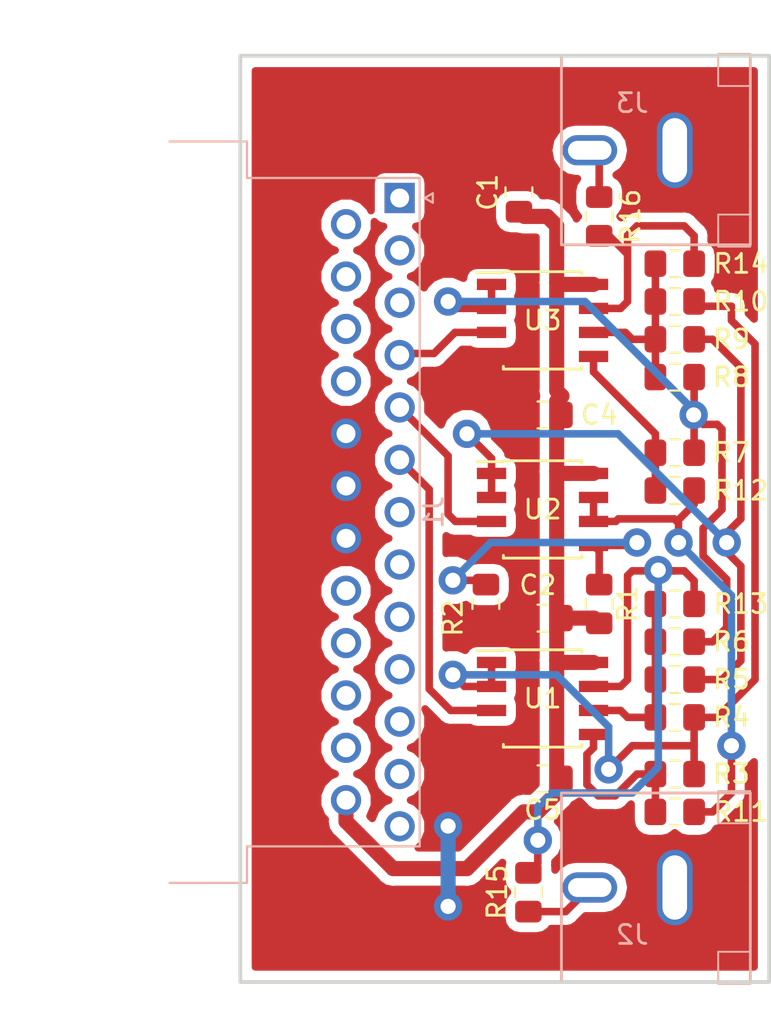
<source format=kicad_pcb>
(kicad_pcb (version 20171130) (host pcbnew "(5.0.0)")

  (general
    (thickness 1.6)
    (drawings 4)
    (tracks 189)
    (zones 0)
    (modules 26)
    (nets 37)
  )

  (page A4)
  (layers
    (0 F.Cu signal)
    (31 B.Cu signal)
    (32 B.Adhes user)
    (33 F.Adhes user)
    (34 B.Paste user)
    (35 F.Paste user)
    (36 B.SilkS user)
    (37 F.SilkS user)
    (38 B.Mask user)
    (39 F.Mask user)
    (40 Dwgs.User user)
    (41 Cmts.User user)
    (42 Eco1.User user)
    (43 Eco2.User user)
    (44 Edge.Cuts user)
    (45 Margin user)
    (46 B.CrtYd user)
    (47 F.CrtYd user)
    (48 B.Fab user)
    (49 F.Fab user)
  )

  (setup
    (last_trace_width 0.4)
    (user_trace_width 0.4)
    (user_trace_width 0.8)
    (trace_clearance 0.2)
    (zone_clearance 0.5)
    (zone_45_only no)
    (trace_min 0.2)
    (segment_width 0.2)
    (edge_width 0.15)
    (via_size 0.8)
    (via_drill 0.4)
    (via_min_size 0.4)
    (via_min_drill 0.3)
    (user_via 1.5 0.8)
    (uvia_size 0.3)
    (uvia_drill 0.1)
    (uvias_allowed no)
    (uvia_min_size 0.2)
    (uvia_min_drill 0.1)
    (pcb_text_width 0.3)
    (pcb_text_size 1.5 1.5)
    (mod_edge_width 0.15)
    (mod_text_size 1 1)
    (mod_text_width 0.15)
    (pad_size 1.524 1.524)
    (pad_drill 0.762)
    (pad_to_mask_clearance 0.2)
    (aux_axis_origin 0 0)
    (visible_elements FFFDFF7F)
    (pcbplotparams
      (layerselection 0x010fc_ffffffff)
      (usegerberextensions false)
      (usegerberattributes false)
      (usegerberadvancedattributes false)
      (creategerberjobfile false)
      (excludeedgelayer true)
      (linewidth 0.100000)
      (plotframeref false)
      (viasonmask false)
      (mode 1)
      (useauxorigin false)
      (hpglpennumber 1)
      (hpglpenspeed 20)
      (hpglpendiameter 15.000000)
      (psnegative false)
      (psa4output false)
      (plotreference true)
      (plotvalue true)
      (plotinvisibletext false)
      (padsonsilk false)
      (subtractmaskfromsilk false)
      (outputformat 1)
      (mirror false)
      (drillshape 1)
      (scaleselection 1)
      (outputdirectory ""))
  )

  (net 0 "")
  (net 1 GND)
  (net 2 +5V)
  (net 3 "Net-(C3-Pad1)")
  (net 4 "Net-(J1-Pad1)")
  (net 5 "Net-(J1-Pad2)")
  (net 6 "Net-(J1-Pad3)")
  (net 7 "Net-(J1-Pad4)")
  (net 8 "Net-(J1-Pad5)")
  (net 9 "Net-(J1-Pad6)")
  (net 10 "Net-(J1-Pad7)")
  (net 11 "Net-(J1-Pad8)")
  (net 12 "Net-(J1-Pad9)")
  (net 13 "Net-(J1-Pad10)")
  (net 14 "Net-(J1-Pad11)")
  (net 15 "Net-(J1-Pad12)")
  (net 16 "Net-(J1-Pad13)")
  (net 17 "Net-(J1-Pad14)")
  (net 18 "Net-(J1-Pad15)")
  (net 19 "Net-(J1-Pad16)")
  (net 20 "Net-(J1-Pad17)")
  (net 21 "Net-(J1-Pad21)")
  (net 22 "Net-(J1-Pad22)")
  (net 23 "Net-(J1-Pad23)")
  (net 24 "Net-(J1-Pad24)")
  (net 25 "Net-(J2-Pad1)")
  (net 26 "Net-(J3-Pad1)")
  (net 27 "Net-(R11-Pad2)")
  (net 28 /BLUE)
  (net 29 "Net-(R13-Pad2)")
  (net 30 /GREEN)
  (net 31 /RED)
  (net 32 "Net-(R12-Pad2)")
  (net 33 "Net-(R10-Pad1)")
  (net 34 /ZERO)
  (net 35 "Net-(R13-Pad1)")
  (net 36 "Net-(R14-Pad1)")

  (net_class Default "Dies ist die voreingestellte Netzklasse."
    (clearance 0.2)
    (trace_width 0.25)
    (via_dia 0.8)
    (via_drill 0.4)
    (uvia_dia 0.3)
    (uvia_drill 0.1)
    (add_net +5V)
    (add_net /BLUE)
    (add_net /GREEN)
    (add_net /RED)
    (add_net /ZERO)
    (add_net GND)
    (add_net "Net-(C3-Pad1)")
    (add_net "Net-(J1-Pad1)")
    (add_net "Net-(J1-Pad10)")
    (add_net "Net-(J1-Pad11)")
    (add_net "Net-(J1-Pad12)")
    (add_net "Net-(J1-Pad13)")
    (add_net "Net-(J1-Pad14)")
    (add_net "Net-(J1-Pad15)")
    (add_net "Net-(J1-Pad16)")
    (add_net "Net-(J1-Pad17)")
    (add_net "Net-(J1-Pad2)")
    (add_net "Net-(J1-Pad21)")
    (add_net "Net-(J1-Pad22)")
    (add_net "Net-(J1-Pad23)")
    (add_net "Net-(J1-Pad24)")
    (add_net "Net-(J1-Pad3)")
    (add_net "Net-(J1-Pad4)")
    (add_net "Net-(J1-Pad5)")
    (add_net "Net-(J1-Pad6)")
    (add_net "Net-(J1-Pad7)")
    (add_net "Net-(J1-Pad8)")
    (add_net "Net-(J1-Pad9)")
    (add_net "Net-(J2-Pad1)")
    (add_net "Net-(J3-Pad1)")
    (add_net "Net-(R10-Pad1)")
    (add_net "Net-(R11-Pad2)")
    (add_net "Net-(R12-Pad2)")
    (add_net "Net-(R13-Pad1)")
    (add_net "Net-(R13-Pad2)")
    (add_net "Net-(R14-Pad1)")
  )

  (module Resistor_SMD:R_0805_2012Metric_Pad1.15x1.40mm_HandSolder (layer F.Cu) (tedit 5D39D7A7) (tstamp 5D51458D)
    (at 116 99 180)
    (descr "Resistor SMD 0805 (2012 Metric), square (rectangular) end terminal, IPC_7351 nominal with elongated pad for handsoldering. (Body size source: https://docs.google.com/spreadsheets/d/1BsfQQcO9C6DZCsRaXUlFlo91Tg2WpOkGARC1WS5S8t0/edit?usp=sharing), generated with kicad-footprint-generator")
    (tags "resistor handsolder")
    (path /5D3F3A27)
    (attr smd)
    (fp_text reference R13 (at -3.5 0 180) (layer F.SilkS)
      (effects (font (size 1 1) (thickness 0.15)))
    )
    (fp_text value 1k (at 0 1.65 180) (layer F.Fab)
      (effects (font (size 1 1) (thickness 0.15)))
    )
    (fp_text user %R (at 0 0 180) (layer F.Fab)
      (effects (font (size 0.5 0.5) (thickness 0.08)))
    )
    (fp_line (start 1.85 0.95) (end -1.85 0.95) (layer F.CrtYd) (width 0.05))
    (fp_line (start 1.85 -0.95) (end 1.85 0.95) (layer F.CrtYd) (width 0.05))
    (fp_line (start -1.85 -0.95) (end 1.85 -0.95) (layer F.CrtYd) (width 0.05))
    (fp_line (start -1.85 0.95) (end -1.85 -0.95) (layer F.CrtYd) (width 0.05))
    (fp_line (start -0.261252 0.71) (end 0.261252 0.71) (layer F.SilkS) (width 0.12))
    (fp_line (start -0.261252 -0.71) (end 0.261252 -0.71) (layer F.SilkS) (width 0.12))
    (fp_line (start 1 0.6) (end -1 0.6) (layer F.Fab) (width 0.1))
    (fp_line (start 1 -0.6) (end 1 0.6) (layer F.Fab) (width 0.1))
    (fp_line (start -1 -0.6) (end 1 -0.6) (layer F.Fab) (width 0.1))
    (fp_line (start -1 0.6) (end -1 -0.6) (layer F.Fab) (width 0.1))
    (pad 2 smd roundrect (at 1.025 0 180) (size 1.15 1.4) (layers F.Cu F.Paste F.Mask) (roundrect_rratio 0.217391)
      (net 29 "Net-(R13-Pad2)"))
    (pad 1 smd roundrect (at -1.025 0 180) (size 1.15 1.4) (layers F.Cu F.Paste F.Mask) (roundrect_rratio 0.217391)
      (net 35 "Net-(R13-Pad1)"))
    (model ${KISYS3DMOD}/Resistor_SMD.3dshapes/R_0805_2012Metric.wrl
      (at (xyz 0 0 0))
      (scale (xyz 1 1 1))
      (rotate (xyz 0 0 0))
    )
  )

  (module Capacitor_SMD:C_0805_2012Metric_Pad1.15x1.40mm_HandSolder (layer F.Cu) (tedit 5B36C52B) (tstamp 5D514437)
    (at 109 89 180)
    (descr "Capacitor SMD 0805 (2012 Metric), square (rectangular) end terminal, IPC_7351 nominal with elongated pad for handsoldering. (Body size source: https://docs.google.com/spreadsheets/d/1BsfQQcO9C6DZCsRaXUlFlo91Tg2WpOkGARC1WS5S8t0/edit?usp=sharing), generated with kicad-footprint-generator")
    (tags "capacitor handsolder")
    (path /5D3DA264)
    (attr smd)
    (fp_text reference C4 (at -3 0 180) (layer F.SilkS)
      (effects (font (size 1 1) (thickness 0.15)))
    )
    (fp_text value 100nF (at 0 1.65 180) (layer F.Fab)
      (effects (font (size 1 1) (thickness 0.15)))
    )
    (fp_text user %R (at 0 0 180) (layer F.Fab)
      (effects (font (size 0.5 0.5) (thickness 0.08)))
    )
    (fp_line (start 1.85 0.95) (end -1.85 0.95) (layer F.CrtYd) (width 0.05))
    (fp_line (start 1.85 -0.95) (end 1.85 0.95) (layer F.CrtYd) (width 0.05))
    (fp_line (start -1.85 -0.95) (end 1.85 -0.95) (layer F.CrtYd) (width 0.05))
    (fp_line (start -1.85 0.95) (end -1.85 -0.95) (layer F.CrtYd) (width 0.05))
    (fp_line (start -0.261252 0.71) (end 0.261252 0.71) (layer F.SilkS) (width 0.12))
    (fp_line (start -0.261252 -0.71) (end 0.261252 -0.71) (layer F.SilkS) (width 0.12))
    (fp_line (start 1 0.6) (end -1 0.6) (layer F.Fab) (width 0.1))
    (fp_line (start 1 -0.6) (end 1 0.6) (layer F.Fab) (width 0.1))
    (fp_line (start -1 -0.6) (end 1 -0.6) (layer F.Fab) (width 0.1))
    (fp_line (start -1 0.6) (end -1 -0.6) (layer F.Fab) (width 0.1))
    (pad 2 smd roundrect (at 1.025 0 180) (size 1.15 1.4) (layers F.Cu F.Paste F.Mask) (roundrect_rratio 0.217391)
      (net 1 GND))
    (pad 1 smd roundrect (at -1.025 0 180) (size 1.15 1.4) (layers F.Cu F.Paste F.Mask) (roundrect_rratio 0.217391)
      (net 2 +5V))
    (model ${KISYS3DMOD}/Capacitor_SMD.3dshapes/C_0805_2012Metric.wrl
      (at (xyz 0 0 0))
      (scale (xyz 1 1 1))
      (rotate (xyz 0 0 0))
    )
  )

  (module Resistor_SMD:R_0805_2012Metric_Pad1.15x1.40mm_HandSolder (layer F.Cu) (tedit 5B36C52B) (tstamp 5D5DA379)
    (at 116 87)
    (descr "Resistor SMD 0805 (2012 Metric), square (rectangular) end terminal, IPC_7351 nominal with elongated pad for handsoldering. (Body size source: https://docs.google.com/spreadsheets/d/1BsfQQcO9C6DZCsRaXUlFlo91Tg2WpOkGARC1WS5S8t0/edit?usp=sharing), generated with kicad-footprint-generator")
    (tags "resistor handsolder")
    (path /5D4107D6)
    (attr smd)
    (fp_text reference R8 (at 3 0) (layer F.SilkS)
      (effects (font (size 1 1) (thickness 0.15)))
    )
    (fp_text value 4k7 (at 0 1.65) (layer F.Fab)
      (effects (font (size 1 1) (thickness 0.15)))
    )
    (fp_text user %R (at 0 0) (layer F.Fab)
      (effects (font (size 0.5 0.5) (thickness 0.08)))
    )
    (fp_line (start 1.85 0.95) (end -1.85 0.95) (layer F.CrtYd) (width 0.05))
    (fp_line (start 1.85 -0.95) (end 1.85 0.95) (layer F.CrtYd) (width 0.05))
    (fp_line (start -1.85 -0.95) (end 1.85 -0.95) (layer F.CrtYd) (width 0.05))
    (fp_line (start -1.85 0.95) (end -1.85 -0.95) (layer F.CrtYd) (width 0.05))
    (fp_line (start -0.261252 0.71) (end 0.261252 0.71) (layer F.SilkS) (width 0.12))
    (fp_line (start -0.261252 -0.71) (end 0.261252 -0.71) (layer F.SilkS) (width 0.12))
    (fp_line (start 1 0.6) (end -1 0.6) (layer F.Fab) (width 0.1))
    (fp_line (start 1 -0.6) (end 1 0.6) (layer F.Fab) (width 0.1))
    (fp_line (start -1 -0.6) (end 1 -0.6) (layer F.Fab) (width 0.1))
    (fp_line (start -1 0.6) (end -1 -0.6) (layer F.Fab) (width 0.1))
    (pad 2 smd roundrect (at 1.025 0) (size 1.15 1.4) (layers F.Cu F.Paste F.Mask) (roundrect_rratio 0.217391)
      (net 31 /RED))
    (pad 1 smd roundrect (at -1.025 0) (size 1.15 1.4) (layers F.Cu F.Paste F.Mask) (roundrect_rratio 0.217391)
      (net 33 "Net-(R10-Pad1)"))
    (model ${KISYS3DMOD}/Resistor_SMD.3dshapes/R_0805_2012Metric.wrl
      (at (xyz 0 0 0))
      (scale (xyz 1 1 1))
      (rotate (xyz 0 0 0))
    )
  )

  (module Capacitor_SMD:C_0805_2012Metric_Pad1.15x1.40mm_HandSolder (layer F.Cu) (tedit 5B36C52B) (tstamp 5D514404)
    (at 107.75 77.225 90)
    (descr "Capacitor SMD 0805 (2012 Metric), square (rectangular) end terminal, IPC_7351 nominal with elongated pad for handsoldering. (Body size source: https://docs.google.com/spreadsheets/d/1BsfQQcO9C6DZCsRaXUlFlo91Tg2WpOkGARC1WS5S8t0/edit?usp=sharing), generated with kicad-footprint-generator")
    (tags "capacitor handsolder")
    (path /5D3D77EF)
    (attr smd)
    (fp_text reference C1 (at 0 -1.65 90) (layer F.SilkS)
      (effects (font (size 1 1) (thickness 0.15)))
    )
    (fp_text value 10uF (at 0 1.65 90) (layer F.Fab)
      (effects (font (size 1 1) (thickness 0.15)))
    )
    (fp_text user %R (at 0 0 90) (layer F.Fab)
      (effects (font (size 0.5 0.5) (thickness 0.08)))
    )
    (fp_line (start 1.85 0.95) (end -1.85 0.95) (layer F.CrtYd) (width 0.05))
    (fp_line (start 1.85 -0.95) (end 1.85 0.95) (layer F.CrtYd) (width 0.05))
    (fp_line (start -1.85 -0.95) (end 1.85 -0.95) (layer F.CrtYd) (width 0.05))
    (fp_line (start -1.85 0.95) (end -1.85 -0.95) (layer F.CrtYd) (width 0.05))
    (fp_line (start -0.261252 0.71) (end 0.261252 0.71) (layer F.SilkS) (width 0.12))
    (fp_line (start -0.261252 -0.71) (end 0.261252 -0.71) (layer F.SilkS) (width 0.12))
    (fp_line (start 1 0.6) (end -1 0.6) (layer F.Fab) (width 0.1))
    (fp_line (start 1 -0.6) (end 1 0.6) (layer F.Fab) (width 0.1))
    (fp_line (start -1 -0.6) (end 1 -0.6) (layer F.Fab) (width 0.1))
    (fp_line (start -1 0.6) (end -1 -0.6) (layer F.Fab) (width 0.1))
    (pad 2 smd roundrect (at 1.025 0 90) (size 1.15 1.4) (layers F.Cu F.Paste F.Mask) (roundrect_rratio 0.217391)
      (net 1 GND))
    (pad 1 smd roundrect (at -1.025 0 90) (size 1.15 1.4) (layers F.Cu F.Paste F.Mask) (roundrect_rratio 0.217391)
      (net 2 +5V))
    (model ${KISYS3DMOD}/Capacitor_SMD.3dshapes/C_0805_2012Metric.wrl
      (at (xyz 0 0 0))
      (scale (xyz 1 1 1))
      (rotate (xyz 0 0 0))
    )
  )

  (module Capacitor_SMD:C_0805_2012Metric_Pad1.15x1.40mm_HandSolder (layer F.Cu) (tedit 5B36C52B) (tstamp 5D5168DA)
    (at 109 99.75 180)
    (descr "Capacitor SMD 0805 (2012 Metric), square (rectangular) end terminal, IPC_7351 nominal with elongated pad for handsoldering. (Body size source: https://docs.google.com/spreadsheets/d/1BsfQQcO9C6DZCsRaXUlFlo91Tg2WpOkGARC1WS5S8t0/edit?usp=sharing), generated with kicad-footprint-generator")
    (tags "capacitor handsolder")
    (path /5D3D89A0)
    (attr smd)
    (fp_text reference C2 (at 0.25 1.75 180) (layer F.SilkS)
      (effects (font (size 1 1) (thickness 0.15)))
    )
    (fp_text value 100nF (at 0 1.65 180) (layer F.Fab)
      (effects (font (size 1 1) (thickness 0.15)))
    )
    (fp_line (start -1 0.6) (end -1 -0.6) (layer F.Fab) (width 0.1))
    (fp_line (start -1 -0.6) (end 1 -0.6) (layer F.Fab) (width 0.1))
    (fp_line (start 1 -0.6) (end 1 0.6) (layer F.Fab) (width 0.1))
    (fp_line (start 1 0.6) (end -1 0.6) (layer F.Fab) (width 0.1))
    (fp_line (start -0.261252 -0.71) (end 0.261252 -0.71) (layer F.SilkS) (width 0.12))
    (fp_line (start -0.261252 0.71) (end 0.261252 0.71) (layer F.SilkS) (width 0.12))
    (fp_line (start -1.85 0.95) (end -1.85 -0.95) (layer F.CrtYd) (width 0.05))
    (fp_line (start -1.85 -0.95) (end 1.85 -0.95) (layer F.CrtYd) (width 0.05))
    (fp_line (start 1.85 -0.95) (end 1.85 0.95) (layer F.CrtYd) (width 0.05))
    (fp_line (start 1.85 0.95) (end -1.85 0.95) (layer F.CrtYd) (width 0.05))
    (fp_text user %R (at 0 0 180) (layer F.Fab)
      (effects (font (size 0.5 0.5) (thickness 0.08)))
    )
    (pad 1 smd roundrect (at -1.025 0 180) (size 1.15 1.4) (layers F.Cu F.Paste F.Mask) (roundrect_rratio 0.217391)
      (net 2 +5V))
    (pad 2 smd roundrect (at 1.025 0 180) (size 1.15 1.4) (layers F.Cu F.Paste F.Mask) (roundrect_rratio 0.217391)
      (net 1 GND))
    (model ${KISYS3DMOD}/Capacitor_SMD.3dshapes/C_0805_2012Metric.wrl
      (at (xyz 0 0 0))
      (scale (xyz 1 1 1))
      (rotate (xyz 0 0 0))
    )
  )

  (module Capacitor_SMD:C_0805_2012Metric_Pad1.15x1.40mm_HandSolder (layer F.Cu) (tedit 5B36C52B) (tstamp 5D5DABDE)
    (at 109 108.25 180)
    (descr "Capacitor SMD 0805 (2012 Metric), square (rectangular) end terminal, IPC_7351 nominal with elongated pad for handsoldering. (Body size source: https://docs.google.com/spreadsheets/d/1BsfQQcO9C6DZCsRaXUlFlo91Tg2WpOkGARC1WS5S8t0/edit?usp=sharing), generated with kicad-footprint-generator")
    (tags "capacitor handsolder")
    (path /5D3DA3F3)
    (attr smd)
    (fp_text reference C5 (at 0 -1.65 180) (layer F.SilkS)
      (effects (font (size 1 1) (thickness 0.15)))
    )
    (fp_text value 100nF (at 0 1.65 180) (layer F.Fab)
      (effects (font (size 1 1) (thickness 0.15)))
    )
    (fp_line (start -1 0.6) (end -1 -0.6) (layer F.Fab) (width 0.1))
    (fp_line (start -1 -0.6) (end 1 -0.6) (layer F.Fab) (width 0.1))
    (fp_line (start 1 -0.6) (end 1 0.6) (layer F.Fab) (width 0.1))
    (fp_line (start 1 0.6) (end -1 0.6) (layer F.Fab) (width 0.1))
    (fp_line (start -0.261252 -0.71) (end 0.261252 -0.71) (layer F.SilkS) (width 0.12))
    (fp_line (start -0.261252 0.71) (end 0.261252 0.71) (layer F.SilkS) (width 0.12))
    (fp_line (start -1.85 0.95) (end -1.85 -0.95) (layer F.CrtYd) (width 0.05))
    (fp_line (start -1.85 -0.95) (end 1.85 -0.95) (layer F.CrtYd) (width 0.05))
    (fp_line (start 1.85 -0.95) (end 1.85 0.95) (layer F.CrtYd) (width 0.05))
    (fp_line (start 1.85 0.95) (end -1.85 0.95) (layer F.CrtYd) (width 0.05))
    (fp_text user %R (at 0 0 180) (layer F.Fab)
      (effects (font (size 0.5 0.5) (thickness 0.08)))
    )
    (pad 1 smd roundrect (at -1.025 0 180) (size 1.15 1.4) (layers F.Cu F.Paste F.Mask) (roundrect_rratio 0.217391)
      (net 2 +5V))
    (pad 2 smd roundrect (at 1.025 0 180) (size 1.15 1.4) (layers F.Cu F.Paste F.Mask) (roundrect_rratio 0.217391)
      (net 1 GND))
    (model ${KISYS3DMOD}/Capacitor_SMD.3dshapes/C_0805_2012Metric.wrl
      (at (xyz 0 0 0))
      (scale (xyz 1 1 1))
      (rotate (xyz 0 0 0))
    )
  )

  (module ProjectFootprints:RCA_JACK (layer B.Cu) (tedit 5A1B2110) (tstamp 5D51449E)
    (at 120 114)
    (path /5D3D0660)
    (fp_text reference J2 (at -6.25 2.5) (layer B.SilkS)
      (effects (font (size 1 1) (thickness 0.15)) (justify mirror))
    )
    (fp_text value PB (at -5 2) (layer B.Fab)
      (effects (font (size 1 1) (thickness 0.15)) (justify mirror))
    )
    (fp_line (start 0 -5) (end 0 0) (layer B.SilkS) (width 0.15))
    (fp_line (start -10 -5) (end 0 -5) (layer B.SilkS) (width 0.15))
    (fp_line (start -10 5) (end -10 -5) (layer B.SilkS) (width 0.15))
    (fp_line (start 0 5) (end -10 5) (layer B.SilkS) (width 0.15))
    (fp_line (start 0 0) (end 0 5) (layer B.SilkS) (width 0.15))
    (fp_line (start -1.7 5) (end -1.7 4.1) (layer B.SilkS) (width 0.1))
    (fp_line (start -1.7 3.4) (end 0 3.4) (layer B.SilkS) (width 0.1))
    (fp_line (start -1.7 5.1) (end -1.7 3.4) (layer B.SilkS) (width 0.1))
    (fp_line (start 0 5.1) (end -1.7 5.1) (layer B.SilkS) (width 0.1))
    (fp_line (start -1.7 -3.4) (end 0 -3.4) (layer B.SilkS) (width 0.1))
    (fp_line (start -1.7 -5.1) (end -1.7 -3.4) (layer B.SilkS) (width 0.1))
    (fp_line (start 0 -5.1) (end -1.7 -5.1) (layer B.SilkS) (width 0.1))
    (pad 1 thru_hole oval (at -8.5 0) (size 2.9 1.6) (drill oval 2.3 1) (layers *.Cu *.Mask)
      (net 25 "Net-(J2-Pad1)"))
    (pad 2 thru_hole oval (at -4 0) (size 1.9 4) (drill oval 1.3 3.4) (layers *.Cu *.Mask)
      (net 1 GND))
  )

  (module ProjectFootprints:RCA_JACK (layer B.Cu) (tedit 5A1B2110) (tstamp 5D5178D5)
    (at 120 75)
    (path /5D3D0721)
    (fp_text reference J3 (at -6.25 -2.5) (layer B.SilkS)
      (effects (font (size 1 1) (thickness 0.15)) (justify mirror))
    )
    (fp_text value PR (at -5 2) (layer B.Fab)
      (effects (font (size 1 1) (thickness 0.15)) (justify mirror))
    )
    (fp_line (start 0 -5.1) (end -1.7 -5.1) (layer B.SilkS) (width 0.1))
    (fp_line (start -1.7 -5.1) (end -1.7 -3.4) (layer B.SilkS) (width 0.1))
    (fp_line (start -1.7 -3.4) (end 0 -3.4) (layer B.SilkS) (width 0.1))
    (fp_line (start 0 5.1) (end -1.7 5.1) (layer B.SilkS) (width 0.1))
    (fp_line (start -1.7 5.1) (end -1.7 3.4) (layer B.SilkS) (width 0.1))
    (fp_line (start -1.7 3.4) (end 0 3.4) (layer B.SilkS) (width 0.1))
    (fp_line (start -1.7 5) (end -1.7 4.1) (layer B.SilkS) (width 0.1))
    (fp_line (start 0 0) (end 0 5) (layer B.SilkS) (width 0.15))
    (fp_line (start 0 5) (end -10 5) (layer B.SilkS) (width 0.15))
    (fp_line (start -10 5) (end -10 -5) (layer B.SilkS) (width 0.15))
    (fp_line (start -10 -5) (end 0 -5) (layer B.SilkS) (width 0.15))
    (fp_line (start 0 -5) (end 0 0) (layer B.SilkS) (width 0.15))
    (pad 2 thru_hole oval (at -4 0) (size 1.9 4) (drill oval 1.3 3.4) (layers *.Cu *.Mask)
      (net 1 GND))
    (pad 1 thru_hole oval (at -8.5 0) (size 2.9 1.6) (drill oval 2.3 1) (layers *.Cu *.Mask)
      (net 26 "Net-(J3-Pad1)"))
  )

  (module Resistor_SMD:R_0805_2012Metric_Pad1.15x1.40mm_HandSolder (layer F.Cu) (tedit 5B36C52B) (tstamp 5D516DEA)
    (at 112 99 90)
    (descr "Resistor SMD 0805 (2012 Metric), square (rectangular) end terminal, IPC_7351 nominal with elongated pad for handsoldering. (Body size source: https://docs.google.com/spreadsheets/d/1BsfQQcO9C6DZCsRaXUlFlo91Tg2WpOkGARC1WS5S8t0/edit?usp=sharing), generated with kicad-footprint-generator")
    (tags "resistor handsolder")
    (path /5D3E5E20)
    (attr smd)
    (fp_text reference R1 (at 0 1.5 90) (layer F.SilkS)
      (effects (font (size 1 1) (thickness 0.15)))
    )
    (fp_text value 4k7 (at 0 1.65 90) (layer F.Fab)
      (effects (font (size 1 1) (thickness 0.15)))
    )
    (fp_line (start -1 0.6) (end -1 -0.6) (layer F.Fab) (width 0.1))
    (fp_line (start -1 -0.6) (end 1 -0.6) (layer F.Fab) (width 0.1))
    (fp_line (start 1 -0.6) (end 1 0.6) (layer F.Fab) (width 0.1))
    (fp_line (start 1 0.6) (end -1 0.6) (layer F.Fab) (width 0.1))
    (fp_line (start -0.261252 -0.71) (end 0.261252 -0.71) (layer F.SilkS) (width 0.12))
    (fp_line (start -0.261252 0.71) (end 0.261252 0.71) (layer F.SilkS) (width 0.12))
    (fp_line (start -1.85 0.95) (end -1.85 -0.95) (layer F.CrtYd) (width 0.05))
    (fp_line (start -1.85 -0.95) (end 1.85 -0.95) (layer F.CrtYd) (width 0.05))
    (fp_line (start 1.85 -0.95) (end 1.85 0.95) (layer F.CrtYd) (width 0.05))
    (fp_line (start 1.85 0.95) (end -1.85 0.95) (layer F.CrtYd) (width 0.05))
    (fp_text user %R (at 0 0 90) (layer F.Fab)
      (effects (font (size 0.5 0.5) (thickness 0.08)))
    )
    (pad 1 smd roundrect (at -1.025 0 90) (size 1.15 1.4) (layers F.Cu F.Paste F.Mask) (roundrect_rratio 0.217391)
      (net 2 +5V))
    (pad 2 smd roundrect (at 1.025 0 90) (size 1.15 1.4) (layers F.Cu F.Paste F.Mask) (roundrect_rratio 0.217391)
      (net 3 "Net-(C3-Pad1)"))
    (model ${KISYS3DMOD}/Resistor_SMD.3dshapes/R_0805_2012Metric.wrl
      (at (xyz 0 0 0))
      (scale (xyz 1 1 1))
      (rotate (xyz 0 0 0))
    )
  )

  (module Resistor_SMD:R_0805_2012Metric_Pad1.15x1.40mm_HandSolder (layer F.Cu) (tedit 5B36C52B) (tstamp 5D5DA1A3)
    (at 106 99 270)
    (descr "Resistor SMD 0805 (2012 Metric), square (rectangular) end terminal, IPC_7351 nominal with elongated pad for handsoldering. (Body size source: https://docs.google.com/spreadsheets/d/1BsfQQcO9C6DZCsRaXUlFlo91Tg2WpOkGARC1WS5S8t0/edit?usp=sharing), generated with kicad-footprint-generator")
    (tags "resistor handsolder")
    (path /5D3E5E79)
    (attr smd)
    (fp_text reference R2 (at 0.75 1.75 270) (layer F.SilkS)
      (effects (font (size 1 1) (thickness 0.15)))
    )
    (fp_text value 2k2 (at 0 1.65 270) (layer F.Fab)
      (effects (font (size 1 1) (thickness 0.15)))
    )
    (fp_text user %R (at 0 0 270) (layer F.Fab)
      (effects (font (size 0.5 0.5) (thickness 0.08)))
    )
    (fp_line (start 1.85 0.95) (end -1.85 0.95) (layer F.CrtYd) (width 0.05))
    (fp_line (start 1.85 -0.95) (end 1.85 0.95) (layer F.CrtYd) (width 0.05))
    (fp_line (start -1.85 -0.95) (end 1.85 -0.95) (layer F.CrtYd) (width 0.05))
    (fp_line (start -1.85 0.95) (end -1.85 -0.95) (layer F.CrtYd) (width 0.05))
    (fp_line (start -0.261252 0.71) (end 0.261252 0.71) (layer F.SilkS) (width 0.12))
    (fp_line (start -0.261252 -0.71) (end 0.261252 -0.71) (layer F.SilkS) (width 0.12))
    (fp_line (start 1 0.6) (end -1 0.6) (layer F.Fab) (width 0.1))
    (fp_line (start 1 -0.6) (end 1 0.6) (layer F.Fab) (width 0.1))
    (fp_line (start -1 -0.6) (end 1 -0.6) (layer F.Fab) (width 0.1))
    (fp_line (start -1 0.6) (end -1 -0.6) (layer F.Fab) (width 0.1))
    (pad 2 smd roundrect (at 1.025 0 270) (size 1.15 1.4) (layers F.Cu F.Paste F.Mask) (roundrect_rratio 0.217391)
      (net 1 GND))
    (pad 1 smd roundrect (at -1.025 0 270) (size 1.15 1.4) (layers F.Cu F.Paste F.Mask) (roundrect_rratio 0.217391)
      (net 3 "Net-(C3-Pad1)"))
    (model ${KISYS3DMOD}/Resistor_SMD.3dshapes/R_0805_2012Metric.wrl
      (at (xyz 0 0 0))
      (scale (xyz 1 1 1))
      (rotate (xyz 0 0 0))
    )
  )

  (module Resistor_SMD:R_0805_2012Metric_Pad1.15x1.40mm_HandSolder (layer F.Cu) (tedit 5B36C52B) (tstamp 5D5144E3)
    (at 116 108)
    (descr "Resistor SMD 0805 (2012 Metric), square (rectangular) end terminal, IPC_7351 nominal with elongated pad for handsoldering. (Body size source: https://docs.google.com/spreadsheets/d/1BsfQQcO9C6DZCsRaXUlFlo91Tg2WpOkGARC1WS5S8t0/edit?usp=sharing), generated with kicad-footprint-generator")
    (tags "resistor handsolder")
    (path /5D3FA82B)
    (attr smd)
    (fp_text reference R3 (at 3 0) (layer F.SilkS)
      (effects (font (size 1 1) (thickness 0.15)))
    )
    (fp_text value 1k (at 0 1.65) (layer F.Fab)
      (effects (font (size 1 1) (thickness 0.15)))
    )
    (fp_line (start -1 0.6) (end -1 -0.6) (layer F.Fab) (width 0.1))
    (fp_line (start -1 -0.6) (end 1 -0.6) (layer F.Fab) (width 0.1))
    (fp_line (start 1 -0.6) (end 1 0.6) (layer F.Fab) (width 0.1))
    (fp_line (start 1 0.6) (end -1 0.6) (layer F.Fab) (width 0.1))
    (fp_line (start -0.261252 -0.71) (end 0.261252 -0.71) (layer F.SilkS) (width 0.12))
    (fp_line (start -0.261252 0.71) (end 0.261252 0.71) (layer F.SilkS) (width 0.12))
    (fp_line (start -1.85 0.95) (end -1.85 -0.95) (layer F.CrtYd) (width 0.05))
    (fp_line (start -1.85 -0.95) (end 1.85 -0.95) (layer F.CrtYd) (width 0.05))
    (fp_line (start 1.85 -0.95) (end 1.85 0.95) (layer F.CrtYd) (width 0.05))
    (fp_line (start 1.85 0.95) (end -1.85 0.95) (layer F.CrtYd) (width 0.05))
    (fp_text user %R (at 0 0) (layer F.Fab)
      (effects (font (size 0.5 0.5) (thickness 0.08)))
    )
    (pad 1 smd roundrect (at -1.025 0) (size 1.15 1.4) (layers F.Cu F.Paste F.Mask) (roundrect_rratio 0.217391)
      (net 27 "Net-(R11-Pad2)"))
    (pad 2 smd roundrect (at 1.025 0) (size 1.15 1.4) (layers F.Cu F.Paste F.Mask) (roundrect_rratio 0.217391)
      (net 28 /BLUE))
    (model ${KISYS3DMOD}/Resistor_SMD.3dshapes/R_0805_2012Metric.wrl
      (at (xyz 0 0 0))
      (scale (xyz 1 1 1))
      (rotate (xyz 0 0 0))
    )
  )

  (module Resistor_SMD:R_0805_2012Metric_Pad1.15x1.40mm_HandSolder (layer F.Cu) (tedit 5B36C52B) (tstamp 5D5144F4)
    (at 116 105)
    (descr "Resistor SMD 0805 (2012 Metric), square (rectangular) end terminal, IPC_7351 nominal with elongated pad for handsoldering. (Body size source: https://docs.google.com/spreadsheets/d/1BsfQQcO9C6DZCsRaXUlFlo91Tg2WpOkGARC1WS5S8t0/edit?usp=sharing), generated with kicad-footprint-generator")
    (tags "resistor handsolder")
    (path /5D3EAAA9)
    (attr smd)
    (fp_text reference R4 (at 3 0) (layer F.SilkS)
      (effects (font (size 1 1) (thickness 0.15)))
    )
    (fp_text value 10k (at 0 1.65) (layer F.Fab)
      (effects (font (size 1 1) (thickness 0.15)))
    )
    (fp_line (start -1 0.6) (end -1 -0.6) (layer F.Fab) (width 0.1))
    (fp_line (start -1 -0.6) (end 1 -0.6) (layer F.Fab) (width 0.1))
    (fp_line (start 1 -0.6) (end 1 0.6) (layer F.Fab) (width 0.1))
    (fp_line (start 1 0.6) (end -1 0.6) (layer F.Fab) (width 0.1))
    (fp_line (start -0.261252 -0.71) (end 0.261252 -0.71) (layer F.SilkS) (width 0.12))
    (fp_line (start -0.261252 0.71) (end 0.261252 0.71) (layer F.SilkS) (width 0.12))
    (fp_line (start -1.85 0.95) (end -1.85 -0.95) (layer F.CrtYd) (width 0.05))
    (fp_line (start -1.85 -0.95) (end 1.85 -0.95) (layer F.CrtYd) (width 0.05))
    (fp_line (start 1.85 -0.95) (end 1.85 0.95) (layer F.CrtYd) (width 0.05))
    (fp_line (start 1.85 0.95) (end -1.85 0.95) (layer F.CrtYd) (width 0.05))
    (fp_text user %R (at 0 0) (layer F.Fab)
      (effects (font (size 0.5 0.5) (thickness 0.08)))
    )
    (pad 1 smd roundrect (at -1.025 0) (size 1.15 1.4) (layers F.Cu F.Paste F.Mask) (roundrect_rratio 0.217391)
      (net 29 "Net-(R13-Pad2)"))
    (pad 2 smd roundrect (at 1.025 0) (size 1.15 1.4) (layers F.Cu F.Paste F.Mask) (roundrect_rratio 0.217391)
      (net 28 /BLUE))
    (model ${KISYS3DMOD}/Resistor_SMD.3dshapes/R_0805_2012Metric.wrl
      (at (xyz 0 0 0))
      (scale (xyz 1 1 1))
      (rotate (xyz 0 0 0))
    )
  )

  (module Resistor_SMD:R_0805_2012Metric_Pad1.15x1.40mm_HandSolder (layer F.Cu) (tedit 5B36C52B) (tstamp 5D514505)
    (at 116 103)
    (descr "Resistor SMD 0805 (2012 Metric), square (rectangular) end terminal, IPC_7351 nominal with elongated pad for handsoldering. (Body size source: https://docs.google.com/spreadsheets/d/1BsfQQcO9C6DZCsRaXUlFlo91Tg2WpOkGARC1WS5S8t0/edit?usp=sharing), generated with kicad-footprint-generator")
    (tags "resistor handsolder")
    (path /5D3EAB34)
    (attr smd)
    (fp_text reference R5 (at 3 0) (layer F.SilkS)
      (effects (font (size 1 1) (thickness 0.15)))
    )
    (fp_text value 1k5 (at 0 1.65) (layer F.Fab)
      (effects (font (size 1 1) (thickness 0.15)))
    )
    (fp_text user %R (at 0 0) (layer F.Fab)
      (effects (font (size 0.5 0.5) (thickness 0.08)))
    )
    (fp_line (start 1.85 0.95) (end -1.85 0.95) (layer F.CrtYd) (width 0.05))
    (fp_line (start 1.85 -0.95) (end 1.85 0.95) (layer F.CrtYd) (width 0.05))
    (fp_line (start -1.85 -0.95) (end 1.85 -0.95) (layer F.CrtYd) (width 0.05))
    (fp_line (start -1.85 0.95) (end -1.85 -0.95) (layer F.CrtYd) (width 0.05))
    (fp_line (start -0.261252 0.71) (end 0.261252 0.71) (layer F.SilkS) (width 0.12))
    (fp_line (start -0.261252 -0.71) (end 0.261252 -0.71) (layer F.SilkS) (width 0.12))
    (fp_line (start 1 0.6) (end -1 0.6) (layer F.Fab) (width 0.1))
    (fp_line (start 1 -0.6) (end 1 0.6) (layer F.Fab) (width 0.1))
    (fp_line (start -1 -0.6) (end 1 -0.6) (layer F.Fab) (width 0.1))
    (fp_line (start -1 0.6) (end -1 -0.6) (layer F.Fab) (width 0.1))
    (pad 2 smd roundrect (at 1.025 0) (size 1.15 1.4) (layers F.Cu F.Paste F.Mask) (roundrect_rratio 0.217391)
      (net 30 /GREEN))
    (pad 1 smd roundrect (at -1.025 0) (size 1.15 1.4) (layers F.Cu F.Paste F.Mask) (roundrect_rratio 0.217391)
      (net 29 "Net-(R13-Pad2)"))
    (model ${KISYS3DMOD}/Resistor_SMD.3dshapes/R_0805_2012Metric.wrl
      (at (xyz 0 0 0))
      (scale (xyz 1 1 1))
      (rotate (xyz 0 0 0))
    )
  )

  (module Resistor_SMD:R_0805_2012Metric_Pad1.15x1.40mm_HandSolder (layer F.Cu) (tedit 5B36C52B) (tstamp 5D514516)
    (at 116 101)
    (descr "Resistor SMD 0805 (2012 Metric), square (rectangular) end terminal, IPC_7351 nominal with elongated pad for handsoldering. (Body size source: https://docs.google.com/spreadsheets/d/1BsfQQcO9C6DZCsRaXUlFlo91Tg2WpOkGARC1WS5S8t0/edit?usp=sharing), generated with kicad-footprint-generator")
    (tags "resistor handsolder")
    (path /5D3EABAC)
    (attr smd)
    (fp_text reference R6 (at 3 0) (layer F.SilkS)
      (effects (font (size 1 1) (thickness 0.15)))
    )
    (fp_text value 4k7 (at 0 1.65) (layer F.Fab)
      (effects (font (size 1 1) (thickness 0.15)))
    )
    (fp_line (start -1 0.6) (end -1 -0.6) (layer F.Fab) (width 0.1))
    (fp_line (start -1 -0.6) (end 1 -0.6) (layer F.Fab) (width 0.1))
    (fp_line (start 1 -0.6) (end 1 0.6) (layer F.Fab) (width 0.1))
    (fp_line (start 1 0.6) (end -1 0.6) (layer F.Fab) (width 0.1))
    (fp_line (start -0.261252 -0.71) (end 0.261252 -0.71) (layer F.SilkS) (width 0.12))
    (fp_line (start -0.261252 0.71) (end 0.261252 0.71) (layer F.SilkS) (width 0.12))
    (fp_line (start -1.85 0.95) (end -1.85 -0.95) (layer F.CrtYd) (width 0.05))
    (fp_line (start -1.85 -0.95) (end 1.85 -0.95) (layer F.CrtYd) (width 0.05))
    (fp_line (start 1.85 -0.95) (end 1.85 0.95) (layer F.CrtYd) (width 0.05))
    (fp_line (start 1.85 0.95) (end -1.85 0.95) (layer F.CrtYd) (width 0.05))
    (fp_text user %R (at 0 0) (layer F.Fab)
      (effects (font (size 0.5 0.5) (thickness 0.08)))
    )
    (pad 1 smd roundrect (at -1.025 0) (size 1.15 1.4) (layers F.Cu F.Paste F.Mask) (roundrect_rratio 0.217391)
      (net 29 "Net-(R13-Pad2)"))
    (pad 2 smd roundrect (at 1.025 0) (size 1.15 1.4) (layers F.Cu F.Paste F.Mask) (roundrect_rratio 0.217391)
      (net 31 /RED))
    (model ${KISYS3DMOD}/Resistor_SMD.3dshapes/R_0805_2012Metric.wrl
      (at (xyz 0 0 0))
      (scale (xyz 1 1 1))
      (rotate (xyz 0 0 0))
    )
  )

  (module Resistor_SMD:R_0805_2012Metric_Pad1.15x1.40mm_HandSolder (layer F.Cu) (tedit 5B36C52B) (tstamp 5D51751C)
    (at 116 91)
    (descr "Resistor SMD 0805 (2012 Metric), square (rectangular) end terminal, IPC_7351 nominal with elongated pad for handsoldering. (Body size source: https://docs.google.com/spreadsheets/d/1BsfQQcO9C6DZCsRaXUlFlo91Tg2WpOkGARC1WS5S8t0/edit?usp=sharing), generated with kicad-footprint-generator")
    (tags "resistor handsolder")
    (path /5D4107F9)
    (attr smd)
    (fp_text reference R7 (at 3 0) (layer F.SilkS)
      (effects (font (size 1 1) (thickness 0.15)))
    )
    (fp_text value 1k (at 0 1.65) (layer F.Fab)
      (effects (font (size 1 1) (thickness 0.15)))
    )
    (fp_text user %R (at 0 0) (layer F.Fab)
      (effects (font (size 0.5 0.5) (thickness 0.08)))
    )
    (fp_line (start 1.85 0.95) (end -1.85 0.95) (layer F.CrtYd) (width 0.05))
    (fp_line (start 1.85 -0.95) (end 1.85 0.95) (layer F.CrtYd) (width 0.05))
    (fp_line (start -1.85 -0.95) (end 1.85 -0.95) (layer F.CrtYd) (width 0.05))
    (fp_line (start -1.85 0.95) (end -1.85 -0.95) (layer F.CrtYd) (width 0.05))
    (fp_line (start -0.261252 0.71) (end 0.261252 0.71) (layer F.SilkS) (width 0.12))
    (fp_line (start -0.261252 -0.71) (end 0.261252 -0.71) (layer F.SilkS) (width 0.12))
    (fp_line (start 1 0.6) (end -1 0.6) (layer F.Fab) (width 0.1))
    (fp_line (start 1 -0.6) (end 1 0.6) (layer F.Fab) (width 0.1))
    (fp_line (start -1 -0.6) (end 1 -0.6) (layer F.Fab) (width 0.1))
    (fp_line (start -1 0.6) (end -1 -0.6) (layer F.Fab) (width 0.1))
    (pad 2 smd roundrect (at 1.025 0) (size 1.15 1.4) (layers F.Cu F.Paste F.Mask) (roundrect_rratio 0.217391)
      (net 31 /RED))
    (pad 1 smd roundrect (at -1.025 0) (size 1.15 1.4) (layers F.Cu F.Paste F.Mask) (roundrect_rratio 0.217391)
      (net 32 "Net-(R12-Pad2)"))
    (model ${KISYS3DMOD}/Resistor_SMD.3dshapes/R_0805_2012Metric.wrl
      (at (xyz 0 0 0))
      (scale (xyz 1 1 1))
      (rotate (xyz 0 0 0))
    )
  )

  (module Resistor_SMD:R_0805_2012Metric_Pad1.15x1.40mm_HandSolder (layer F.Cu) (tedit 5B36C52B) (tstamp 5D5DA74D)
    (at 116 85)
    (descr "Resistor SMD 0805 (2012 Metric), square (rectangular) end terminal, IPC_7351 nominal with elongated pad for handsoldering. (Body size source: https://docs.google.com/spreadsheets/d/1BsfQQcO9C6DZCsRaXUlFlo91Tg2WpOkGARC1WS5S8t0/edit?usp=sharing), generated with kicad-footprint-generator")
    (tags "resistor handsolder")
    (path /5D4107DC)
    (attr smd)
    (fp_text reference R9 (at 3 0) (layer F.SilkS)
      (effects (font (size 1 1) (thickness 0.15)))
    )
    (fp_text value 1k5 (at 0 1.65) (layer F.Fab)
      (effects (font (size 1 1) (thickness 0.15)))
    )
    (fp_line (start -1 0.6) (end -1 -0.6) (layer F.Fab) (width 0.1))
    (fp_line (start -1 -0.6) (end 1 -0.6) (layer F.Fab) (width 0.1))
    (fp_line (start 1 -0.6) (end 1 0.6) (layer F.Fab) (width 0.1))
    (fp_line (start 1 0.6) (end -1 0.6) (layer F.Fab) (width 0.1))
    (fp_line (start -0.261252 -0.71) (end 0.261252 -0.71) (layer F.SilkS) (width 0.12))
    (fp_line (start -0.261252 0.71) (end 0.261252 0.71) (layer F.SilkS) (width 0.12))
    (fp_line (start -1.85 0.95) (end -1.85 -0.95) (layer F.CrtYd) (width 0.05))
    (fp_line (start -1.85 -0.95) (end 1.85 -0.95) (layer F.CrtYd) (width 0.05))
    (fp_line (start 1.85 -0.95) (end 1.85 0.95) (layer F.CrtYd) (width 0.05))
    (fp_line (start 1.85 0.95) (end -1.85 0.95) (layer F.CrtYd) (width 0.05))
    (fp_text user %R (at 0 0) (layer F.Fab)
      (effects (font (size 0.5 0.5) (thickness 0.08)))
    )
    (pad 1 smd roundrect (at -1.025 0) (size 1.15 1.4) (layers F.Cu F.Paste F.Mask) (roundrect_rratio 0.217391)
      (net 33 "Net-(R10-Pad1)"))
    (pad 2 smd roundrect (at 1.025 0) (size 1.15 1.4) (layers F.Cu F.Paste F.Mask) (roundrect_rratio 0.217391)
      (net 30 /GREEN))
    (model ${KISYS3DMOD}/Resistor_SMD.3dshapes/R_0805_2012Metric.wrl
      (at (xyz 0 0 0))
      (scale (xyz 1 1 1))
      (rotate (xyz 0 0 0))
    )
  )

  (module Resistor_SMD:R_0805_2012Metric_Pad1.15x1.40mm_HandSolder (layer F.Cu) (tedit 5B36C52B) (tstamp 5D51455A)
    (at 116 83)
    (descr "Resistor SMD 0805 (2012 Metric), square (rectangular) end terminal, IPC_7351 nominal with elongated pad for handsoldering. (Body size source: https://docs.google.com/spreadsheets/d/1BsfQQcO9C6DZCsRaXUlFlo91Tg2WpOkGARC1WS5S8t0/edit?usp=sharing), generated with kicad-footprint-generator")
    (tags "resistor handsolder")
    (path /5D4107E2)
    (attr smd)
    (fp_text reference R10 (at 3.5 0) (layer F.SilkS)
      (effects (font (size 1 1) (thickness 0.15)))
    )
    (fp_text value 10k (at 0 1.65) (layer F.Fab)
      (effects (font (size 1 1) (thickness 0.15)))
    )
    (fp_text user %R (at 0 0) (layer F.Fab)
      (effects (font (size 0.5 0.5) (thickness 0.08)))
    )
    (fp_line (start 1.85 0.95) (end -1.85 0.95) (layer F.CrtYd) (width 0.05))
    (fp_line (start 1.85 -0.95) (end 1.85 0.95) (layer F.CrtYd) (width 0.05))
    (fp_line (start -1.85 -0.95) (end 1.85 -0.95) (layer F.CrtYd) (width 0.05))
    (fp_line (start -1.85 0.95) (end -1.85 -0.95) (layer F.CrtYd) (width 0.05))
    (fp_line (start -0.261252 0.71) (end 0.261252 0.71) (layer F.SilkS) (width 0.12))
    (fp_line (start -0.261252 -0.71) (end 0.261252 -0.71) (layer F.SilkS) (width 0.12))
    (fp_line (start 1 0.6) (end -1 0.6) (layer F.Fab) (width 0.1))
    (fp_line (start 1 -0.6) (end 1 0.6) (layer F.Fab) (width 0.1))
    (fp_line (start -1 -0.6) (end 1 -0.6) (layer F.Fab) (width 0.1))
    (fp_line (start -1 0.6) (end -1 -0.6) (layer F.Fab) (width 0.1))
    (pad 2 smd roundrect (at 1.025 0) (size 1.15 1.4) (layers F.Cu F.Paste F.Mask) (roundrect_rratio 0.217391)
      (net 28 /BLUE))
    (pad 1 smd roundrect (at -1.025 0) (size 1.15 1.4) (layers F.Cu F.Paste F.Mask) (roundrect_rratio 0.217391)
      (net 33 "Net-(R10-Pad1)"))
    (model ${KISYS3DMOD}/Resistor_SMD.3dshapes/R_0805_2012Metric.wrl
      (at (xyz 0 0 0))
      (scale (xyz 1 1 1))
      (rotate (xyz 0 0 0))
    )
  )

  (module Resistor_SMD:R_0805_2012Metric_Pad1.15x1.40mm_HandSolder (layer F.Cu) (tedit 5B36C52B) (tstamp 5D51456B)
    (at 116 110 180)
    (descr "Resistor SMD 0805 (2012 Metric), square (rectangular) end terminal, IPC_7351 nominal with elongated pad for handsoldering. (Body size source: https://docs.google.com/spreadsheets/d/1BsfQQcO9C6DZCsRaXUlFlo91Tg2WpOkGARC1WS5S8t0/edit?usp=sharing), generated with kicad-footprint-generator")
    (tags "resistor handsolder")
    (path /5D3FA78E)
    (attr smd)
    (fp_text reference R11 (at -3.5 0 180) (layer F.SilkS)
      (effects (font (size 1 1) (thickness 0.15)))
    )
    (fp_text value 1k (at 0 1.65 180) (layer F.Fab)
      (effects (font (size 1 1) (thickness 0.15)))
    )
    (fp_text user %R (at 0 0 180) (layer F.Fab)
      (effects (font (size 0.5 0.5) (thickness 0.08)))
    )
    (fp_line (start 1.85 0.95) (end -1.85 0.95) (layer F.CrtYd) (width 0.05))
    (fp_line (start 1.85 -0.95) (end 1.85 0.95) (layer F.CrtYd) (width 0.05))
    (fp_line (start -1.85 -0.95) (end 1.85 -0.95) (layer F.CrtYd) (width 0.05))
    (fp_line (start -1.85 0.95) (end -1.85 -0.95) (layer F.CrtYd) (width 0.05))
    (fp_line (start -0.261252 0.71) (end 0.261252 0.71) (layer F.SilkS) (width 0.12))
    (fp_line (start -0.261252 -0.71) (end 0.261252 -0.71) (layer F.SilkS) (width 0.12))
    (fp_line (start 1 0.6) (end -1 0.6) (layer F.Fab) (width 0.1))
    (fp_line (start 1 -0.6) (end 1 0.6) (layer F.Fab) (width 0.1))
    (fp_line (start -1 -0.6) (end 1 -0.6) (layer F.Fab) (width 0.1))
    (fp_line (start -1 0.6) (end -1 -0.6) (layer F.Fab) (width 0.1))
    (pad 2 smd roundrect (at 1.025 0 180) (size 1.15 1.4) (layers F.Cu F.Paste F.Mask) (roundrect_rratio 0.217391)
      (net 27 "Net-(R11-Pad2)"))
    (pad 1 smd roundrect (at -1.025 0 180) (size 1.15 1.4) (layers F.Cu F.Paste F.Mask) (roundrect_rratio 0.217391)
      (net 34 /ZERO))
    (model ${KISYS3DMOD}/Resistor_SMD.3dshapes/R_0805_2012Metric.wrl
      (at (xyz 0 0 0))
      (scale (xyz 1 1 1))
      (rotate (xyz 0 0 0))
    )
  )

  (module Resistor_SMD:R_0805_2012Metric_Pad1.15x1.40mm_HandSolder (layer F.Cu) (tedit 5B36C52B) (tstamp 5D51749A)
    (at 116 93 180)
    (descr "Resistor SMD 0805 (2012 Metric), square (rectangular) end terminal, IPC_7351 nominal with elongated pad for handsoldering. (Body size source: https://docs.google.com/spreadsheets/d/1BsfQQcO9C6DZCsRaXUlFlo91Tg2WpOkGARC1WS5S8t0/edit?usp=sharing), generated with kicad-footprint-generator")
    (tags "resistor handsolder")
    (path /5D4107F3)
    (attr smd)
    (fp_text reference R12 (at -3.5 0 180) (layer F.SilkS)
      (effects (font (size 1 1) (thickness 0.15)))
    )
    (fp_text value 1k (at 0 1.65 180) (layer F.Fab)
      (effects (font (size 1 1) (thickness 0.15)))
    )
    (fp_line (start -1 0.6) (end -1 -0.6) (layer F.Fab) (width 0.1))
    (fp_line (start -1 -0.6) (end 1 -0.6) (layer F.Fab) (width 0.1))
    (fp_line (start 1 -0.6) (end 1 0.6) (layer F.Fab) (width 0.1))
    (fp_line (start 1 0.6) (end -1 0.6) (layer F.Fab) (width 0.1))
    (fp_line (start -0.261252 -0.71) (end 0.261252 -0.71) (layer F.SilkS) (width 0.12))
    (fp_line (start -0.261252 0.71) (end 0.261252 0.71) (layer F.SilkS) (width 0.12))
    (fp_line (start -1.85 0.95) (end -1.85 -0.95) (layer F.CrtYd) (width 0.05))
    (fp_line (start -1.85 -0.95) (end 1.85 -0.95) (layer F.CrtYd) (width 0.05))
    (fp_line (start 1.85 -0.95) (end 1.85 0.95) (layer F.CrtYd) (width 0.05))
    (fp_line (start 1.85 0.95) (end -1.85 0.95) (layer F.CrtYd) (width 0.05))
    (fp_text user %R (at 0 0 180) (layer F.Fab)
      (effects (font (size 0.5 0.5) (thickness 0.08)))
    )
    (pad 1 smd roundrect (at -1.025 0 180) (size 1.15 1.4) (layers F.Cu F.Paste F.Mask) (roundrect_rratio 0.217391)
      (net 34 /ZERO))
    (pad 2 smd roundrect (at 1.025 0 180) (size 1.15 1.4) (layers F.Cu F.Paste F.Mask) (roundrect_rratio 0.217391)
      (net 32 "Net-(R12-Pad2)"))
    (model ${KISYS3DMOD}/Resistor_SMD.3dshapes/R_0805_2012Metric.wrl
      (at (xyz 0 0 0))
      (scale (xyz 1 1 1))
      (rotate (xyz 0 0 0))
    )
  )

  (module Resistor_SMD:R_0805_2012Metric_Pad1.15x1.40mm_HandSolder (layer F.Cu) (tedit 5B36C52B) (tstamp 5D5DAE6E)
    (at 116 81 180)
    (descr "Resistor SMD 0805 (2012 Metric), square (rectangular) end terminal, IPC_7351 nominal with elongated pad for handsoldering. (Body size source: https://docs.google.com/spreadsheets/d/1BsfQQcO9C6DZCsRaXUlFlo91Tg2WpOkGARC1WS5S8t0/edit?usp=sharing), generated with kicad-footprint-generator")
    (tags "resistor handsolder")
    (path /5D412D1A)
    (attr smd)
    (fp_text reference R14 (at -3.5 0 180) (layer F.SilkS)
      (effects (font (size 1 1) (thickness 0.15)))
    )
    (fp_text value 1k (at 0 1.65 180) (layer F.Fab)
      (effects (font (size 1 1) (thickness 0.15)))
    )
    (fp_line (start -1 0.6) (end -1 -0.6) (layer F.Fab) (width 0.1))
    (fp_line (start -1 -0.6) (end 1 -0.6) (layer F.Fab) (width 0.1))
    (fp_line (start 1 -0.6) (end 1 0.6) (layer F.Fab) (width 0.1))
    (fp_line (start 1 0.6) (end -1 0.6) (layer F.Fab) (width 0.1))
    (fp_line (start -0.261252 -0.71) (end 0.261252 -0.71) (layer F.SilkS) (width 0.12))
    (fp_line (start -0.261252 0.71) (end 0.261252 0.71) (layer F.SilkS) (width 0.12))
    (fp_line (start -1.85 0.95) (end -1.85 -0.95) (layer F.CrtYd) (width 0.05))
    (fp_line (start -1.85 -0.95) (end 1.85 -0.95) (layer F.CrtYd) (width 0.05))
    (fp_line (start 1.85 -0.95) (end 1.85 0.95) (layer F.CrtYd) (width 0.05))
    (fp_line (start 1.85 0.95) (end -1.85 0.95) (layer F.CrtYd) (width 0.05))
    (fp_text user %R (at 0 0 180) (layer F.Fab)
      (effects (font (size 0.5 0.5) (thickness 0.08)))
    )
    (pad 1 smd roundrect (at -1.025 0 180) (size 1.15 1.4) (layers F.Cu F.Paste F.Mask) (roundrect_rratio 0.217391)
      (net 36 "Net-(R14-Pad1)"))
    (pad 2 smd roundrect (at 1.025 0 180) (size 1.15 1.4) (layers F.Cu F.Paste F.Mask) (roundrect_rratio 0.217391)
      (net 33 "Net-(R10-Pad1)"))
    (model ${KISYS3DMOD}/Resistor_SMD.3dshapes/R_0805_2012Metric.wrl
      (at (xyz 0 0 0))
      (scale (xyz 1 1 1))
      (rotate (xyz 0 0 0))
    )
  )

  (module Resistor_SMD:R_0805_2012Metric_Pad1.15x1.40mm_HandSolder (layer F.Cu) (tedit 5B36C52B) (tstamp 5D5DC69C)
    (at 108.25 114.25 90)
    (descr "Resistor SMD 0805 (2012 Metric), square (rectangular) end terminal, IPC_7351 nominal with elongated pad for handsoldering. (Body size source: https://docs.google.com/spreadsheets/d/1BsfQQcO9C6DZCsRaXUlFlo91Tg2WpOkGARC1WS5S8t0/edit?usp=sharing), generated with kicad-footprint-generator")
    (tags "resistor handsolder")
    (path /5D3F813F)
    (attr smd)
    (fp_text reference R15 (at 0 -1.65 90) (layer F.SilkS)
      (effects (font (size 1 1) (thickness 0.15)))
    )
    (fp_text value 75 (at 0 1.65 90) (layer F.Fab)
      (effects (font (size 1 1) (thickness 0.15)))
    )
    (fp_text user %R (at 0 0 90) (layer F.Fab)
      (effects (font (size 0.5 0.5) (thickness 0.08)))
    )
    (fp_line (start 1.85 0.95) (end -1.85 0.95) (layer F.CrtYd) (width 0.05))
    (fp_line (start 1.85 -0.95) (end 1.85 0.95) (layer F.CrtYd) (width 0.05))
    (fp_line (start -1.85 -0.95) (end 1.85 -0.95) (layer F.CrtYd) (width 0.05))
    (fp_line (start -1.85 0.95) (end -1.85 -0.95) (layer F.CrtYd) (width 0.05))
    (fp_line (start -0.261252 0.71) (end 0.261252 0.71) (layer F.SilkS) (width 0.12))
    (fp_line (start -0.261252 -0.71) (end 0.261252 -0.71) (layer F.SilkS) (width 0.12))
    (fp_line (start 1 0.6) (end -1 0.6) (layer F.Fab) (width 0.1))
    (fp_line (start 1 -0.6) (end 1 0.6) (layer F.Fab) (width 0.1))
    (fp_line (start -1 -0.6) (end 1 -0.6) (layer F.Fab) (width 0.1))
    (fp_line (start -1 0.6) (end -1 -0.6) (layer F.Fab) (width 0.1))
    (pad 2 smd roundrect (at 1.025 0 90) (size 1.15 1.4) (layers F.Cu F.Paste F.Mask) (roundrect_rratio 0.217391)
      (net 35 "Net-(R13-Pad1)"))
    (pad 1 smd roundrect (at -1.025 0 90) (size 1.15 1.4) (layers F.Cu F.Paste F.Mask) (roundrect_rratio 0.217391)
      (net 25 "Net-(J2-Pad1)"))
    (model ${KISYS3DMOD}/Resistor_SMD.3dshapes/R_0805_2012Metric.wrl
      (at (xyz 0 0 0))
      (scale (xyz 1 1 1))
      (rotate (xyz 0 0 0))
    )
  )

  (module Resistor_SMD:R_0805_2012Metric_Pad1.15x1.40mm_HandSolder (layer F.Cu) (tedit 5B36C52B) (tstamp 5D5D9669)
    (at 112 78.5 270)
    (descr "Resistor SMD 0805 (2012 Metric), square (rectangular) end terminal, IPC_7351 nominal with elongated pad for handsoldering. (Body size source: https://docs.google.com/spreadsheets/d/1BsfQQcO9C6DZCsRaXUlFlo91Tg2WpOkGARC1WS5S8t0/edit?usp=sharing), generated with kicad-footprint-generator")
    (tags "resistor handsolder")
    (path /5D41539D)
    (attr smd)
    (fp_text reference R16 (at 0 -1.65 270) (layer F.SilkS)
      (effects (font (size 1 1) (thickness 0.15)))
    )
    (fp_text value 75 (at 0 1.65 270) (layer F.Fab)
      (effects (font (size 1 1) (thickness 0.15)))
    )
    (fp_text user %R (at 0 0 270) (layer F.Fab)
      (effects (font (size 0.5 0.5) (thickness 0.08)))
    )
    (fp_line (start 1.85 0.95) (end -1.85 0.95) (layer F.CrtYd) (width 0.05))
    (fp_line (start 1.85 -0.95) (end 1.85 0.95) (layer F.CrtYd) (width 0.05))
    (fp_line (start -1.85 -0.95) (end 1.85 -0.95) (layer F.CrtYd) (width 0.05))
    (fp_line (start -1.85 0.95) (end -1.85 -0.95) (layer F.CrtYd) (width 0.05))
    (fp_line (start -0.261252 0.71) (end 0.261252 0.71) (layer F.SilkS) (width 0.12))
    (fp_line (start -0.261252 -0.71) (end 0.261252 -0.71) (layer F.SilkS) (width 0.12))
    (fp_line (start 1 0.6) (end -1 0.6) (layer F.Fab) (width 0.1))
    (fp_line (start 1 -0.6) (end 1 0.6) (layer F.Fab) (width 0.1))
    (fp_line (start -1 -0.6) (end 1 -0.6) (layer F.Fab) (width 0.1))
    (fp_line (start -1 0.6) (end -1 -0.6) (layer F.Fab) (width 0.1))
    (pad 2 smd roundrect (at 1.025 0 270) (size 1.15 1.4) (layers F.Cu F.Paste F.Mask) (roundrect_rratio 0.217391)
      (net 36 "Net-(R14-Pad1)"))
    (pad 1 smd roundrect (at -1.025 0 270) (size 1.15 1.4) (layers F.Cu F.Paste F.Mask) (roundrect_rratio 0.217391)
      (net 26 "Net-(J3-Pad1)"))
    (model ${KISYS3DMOD}/Resistor_SMD.3dshapes/R_0805_2012Metric.wrl
      (at (xyz 0 0 0))
      (scale (xyz 1 1 1))
      (rotate (xyz 0 0 0))
    )
  )

  (module Package_SO:SOIC-8_3.9x4.9mm_P1.27mm (layer F.Cu) (tedit 5A02F2D3) (tstamp 5D5DDBA0)
    (at 109 104)
    (descr "8-Lead Plastic Small Outline (SN) - Narrow, 3.90 mm Body [SOIC] (see Microchip Packaging Specification 00000049BS.pdf)")
    (tags "SOIC 1.27")
    (path /5D3D61B5)
    (attr smd)
    (fp_text reference U1 (at 0 0) (layer F.SilkS)
      (effects (font (size 1 1) (thickness 0.15)))
    )
    (fp_text value OPA2356xxD (at 0 3.5) (layer F.Fab)
      (effects (font (size 1 1) (thickness 0.15)))
    )
    (fp_text user %R (at 0 0) (layer F.Fab)
      (effects (font (size 1 1) (thickness 0.15)))
    )
    (fp_line (start -0.95 -2.45) (end 1.95 -2.45) (layer F.Fab) (width 0.1))
    (fp_line (start 1.95 -2.45) (end 1.95 2.45) (layer F.Fab) (width 0.1))
    (fp_line (start 1.95 2.45) (end -1.95 2.45) (layer F.Fab) (width 0.1))
    (fp_line (start -1.95 2.45) (end -1.95 -1.45) (layer F.Fab) (width 0.1))
    (fp_line (start -1.95 -1.45) (end -0.95 -2.45) (layer F.Fab) (width 0.1))
    (fp_line (start -3.73 -2.7) (end -3.73 2.7) (layer F.CrtYd) (width 0.05))
    (fp_line (start 3.73 -2.7) (end 3.73 2.7) (layer F.CrtYd) (width 0.05))
    (fp_line (start -3.73 -2.7) (end 3.73 -2.7) (layer F.CrtYd) (width 0.05))
    (fp_line (start -3.73 2.7) (end 3.73 2.7) (layer F.CrtYd) (width 0.05))
    (fp_line (start -2.075 -2.575) (end -2.075 -2.525) (layer F.SilkS) (width 0.15))
    (fp_line (start 2.075 -2.575) (end 2.075 -2.43) (layer F.SilkS) (width 0.15))
    (fp_line (start 2.075 2.575) (end 2.075 2.43) (layer F.SilkS) (width 0.15))
    (fp_line (start -2.075 2.575) (end -2.075 2.43) (layer F.SilkS) (width 0.15))
    (fp_line (start -2.075 -2.575) (end 2.075 -2.575) (layer F.SilkS) (width 0.15))
    (fp_line (start -2.075 2.575) (end 2.075 2.575) (layer F.SilkS) (width 0.15))
    (fp_line (start -2.075 -2.525) (end -3.475 -2.525) (layer F.SilkS) (width 0.15))
    (pad 1 smd rect (at -2.7 -1.905) (size 1.55 0.6) (layers F.Cu F.Paste F.Mask)
      (net 28 /BLUE))
    (pad 2 smd rect (at -2.7 -0.635) (size 1.55 0.6) (layers F.Cu F.Paste F.Mask)
      (net 28 /BLUE))
    (pad 3 smd rect (at -2.7 0.635) (size 1.55 0.6) (layers F.Cu F.Paste F.Mask)
      (net 9 "Net-(J1-Pad6)"))
    (pad 4 smd rect (at -2.7 1.905) (size 1.55 0.6) (layers F.Cu F.Paste F.Mask)
      (net 1 GND))
    (pad 5 smd rect (at 2.7 1.905) (size 1.55 0.6) (layers F.Cu F.Paste F.Mask)
      (net 27 "Net-(R11-Pad2)"))
    (pad 6 smd rect (at 2.7 0.635) (size 1.55 0.6) (layers F.Cu F.Paste F.Mask)
      (net 29 "Net-(R13-Pad2)"))
    (pad 7 smd rect (at 2.7 -0.635) (size 1.55 0.6) (layers F.Cu F.Paste F.Mask)
      (net 35 "Net-(R13-Pad1)"))
    (pad 8 smd rect (at 2.7 -1.905) (size 1.55 0.6) (layers F.Cu F.Paste F.Mask)
      (net 2 +5V))
    (model ${KISYS3DMOD}/Package_SO.3dshapes/SOIC-8_3.9x4.9mm_P1.27mm.wrl
      (at (xyz 0 0 0))
      (scale (xyz 1 1 1))
      (rotate (xyz 0 0 0))
    )
  )

  (module Package_SO:SOIC-8_3.9x4.9mm_P1.27mm (layer F.Cu) (tedit 5A02F2D3) (tstamp 5D5D89C3)
    (at 109 94)
    (descr "8-Lead Plastic Small Outline (SN) - Narrow, 3.90 mm Body [SOIC] (see Microchip Packaging Specification 00000049BS.pdf)")
    (tags "SOIC 1.27")
    (path /5D3D7183)
    (attr smd)
    (fp_text reference U2 (at 0 0) (layer F.SilkS)
      (effects (font (size 1 1) (thickness 0.15)))
    )
    (fp_text value OPA2356xxD (at 0 3.5) (layer F.Fab)
      (effects (font (size 1 1) (thickness 0.15)))
    )
    (fp_line (start -2.075 -2.525) (end -3.475 -2.525) (layer F.SilkS) (width 0.15))
    (fp_line (start -2.075 2.575) (end 2.075 2.575) (layer F.SilkS) (width 0.15))
    (fp_line (start -2.075 -2.575) (end 2.075 -2.575) (layer F.SilkS) (width 0.15))
    (fp_line (start -2.075 2.575) (end -2.075 2.43) (layer F.SilkS) (width 0.15))
    (fp_line (start 2.075 2.575) (end 2.075 2.43) (layer F.SilkS) (width 0.15))
    (fp_line (start 2.075 -2.575) (end 2.075 -2.43) (layer F.SilkS) (width 0.15))
    (fp_line (start -2.075 -2.575) (end -2.075 -2.525) (layer F.SilkS) (width 0.15))
    (fp_line (start -3.73 2.7) (end 3.73 2.7) (layer F.CrtYd) (width 0.05))
    (fp_line (start -3.73 -2.7) (end 3.73 -2.7) (layer F.CrtYd) (width 0.05))
    (fp_line (start 3.73 -2.7) (end 3.73 2.7) (layer F.CrtYd) (width 0.05))
    (fp_line (start -3.73 -2.7) (end -3.73 2.7) (layer F.CrtYd) (width 0.05))
    (fp_line (start -1.95 -1.45) (end -0.95 -2.45) (layer F.Fab) (width 0.1))
    (fp_line (start -1.95 2.45) (end -1.95 -1.45) (layer F.Fab) (width 0.1))
    (fp_line (start 1.95 2.45) (end -1.95 2.45) (layer F.Fab) (width 0.1))
    (fp_line (start 1.95 -2.45) (end 1.95 2.45) (layer F.Fab) (width 0.1))
    (fp_line (start -0.95 -2.45) (end 1.95 -2.45) (layer F.Fab) (width 0.1))
    (fp_text user %R (at 0 0) (layer F.Fab)
      (effects (font (size 1 1) (thickness 0.15)))
    )
    (pad 8 smd rect (at 2.7 -1.905) (size 1.55 0.6) (layers F.Cu F.Paste F.Mask)
      (net 2 +5V))
    (pad 7 smd rect (at 2.7 -0.635) (size 1.55 0.6) (layers F.Cu F.Paste F.Mask)
      (net 34 /ZERO))
    (pad 6 smd rect (at 2.7 0.635) (size 1.55 0.6) (layers F.Cu F.Paste F.Mask)
      (net 34 /ZERO))
    (pad 5 smd rect (at 2.7 1.905) (size 1.55 0.6) (layers F.Cu F.Paste F.Mask)
      (net 3 "Net-(C3-Pad1)"))
    (pad 4 smd rect (at -2.7 1.905) (size 1.55 0.6) (layers F.Cu F.Paste F.Mask)
      (net 1 GND))
    (pad 3 smd rect (at -2.7 0.635) (size 1.55 0.6) (layers F.Cu F.Paste F.Mask)
      (net 8 "Net-(J1-Pad5)"))
    (pad 2 smd rect (at -2.7 -0.635) (size 1.55 0.6) (layers F.Cu F.Paste F.Mask)
      (net 30 /GREEN))
    (pad 1 smd rect (at -2.7 -1.905) (size 1.55 0.6) (layers F.Cu F.Paste F.Mask)
      (net 30 /GREEN))
    (model ${KISYS3DMOD}/Package_SO.3dshapes/SOIC-8_3.9x4.9mm_P1.27mm.wrl
      (at (xyz 0 0 0))
      (scale (xyz 1 1 1))
      (rotate (xyz 0 0 0))
    )
  )

  (module Package_SO:SOIC-8_3.9x4.9mm_P1.27mm (layer F.Cu) (tedit 5A02F2D3) (tstamp 5D516A8E)
    (at 109 84)
    (descr "8-Lead Plastic Small Outline (SN) - Narrow, 3.90 mm Body [SOIC] (see Microchip Packaging Specification 00000049BS.pdf)")
    (tags "SOIC 1.27")
    (path /5D3D726A)
    (attr smd)
    (fp_text reference U3 (at 0 0) (layer F.SilkS)
      (effects (font (size 1 1) (thickness 0.15)))
    )
    (fp_text value OPA2356xxD (at 0 3.5) (layer F.Fab)
      (effects (font (size 1 1) (thickness 0.15)))
    )
    (fp_text user %R (at 0 0) (layer F.Fab)
      (effects (font (size 1 1) (thickness 0.15)))
    )
    (fp_line (start -0.95 -2.45) (end 1.95 -2.45) (layer F.Fab) (width 0.1))
    (fp_line (start 1.95 -2.45) (end 1.95 2.45) (layer F.Fab) (width 0.1))
    (fp_line (start 1.95 2.45) (end -1.95 2.45) (layer F.Fab) (width 0.1))
    (fp_line (start -1.95 2.45) (end -1.95 -1.45) (layer F.Fab) (width 0.1))
    (fp_line (start -1.95 -1.45) (end -0.95 -2.45) (layer F.Fab) (width 0.1))
    (fp_line (start -3.73 -2.7) (end -3.73 2.7) (layer F.CrtYd) (width 0.05))
    (fp_line (start 3.73 -2.7) (end 3.73 2.7) (layer F.CrtYd) (width 0.05))
    (fp_line (start -3.73 -2.7) (end 3.73 -2.7) (layer F.CrtYd) (width 0.05))
    (fp_line (start -3.73 2.7) (end 3.73 2.7) (layer F.CrtYd) (width 0.05))
    (fp_line (start -2.075 -2.575) (end -2.075 -2.525) (layer F.SilkS) (width 0.15))
    (fp_line (start 2.075 -2.575) (end 2.075 -2.43) (layer F.SilkS) (width 0.15))
    (fp_line (start 2.075 2.575) (end 2.075 2.43) (layer F.SilkS) (width 0.15))
    (fp_line (start -2.075 2.575) (end -2.075 2.43) (layer F.SilkS) (width 0.15))
    (fp_line (start -2.075 -2.575) (end 2.075 -2.575) (layer F.SilkS) (width 0.15))
    (fp_line (start -2.075 2.575) (end 2.075 2.575) (layer F.SilkS) (width 0.15))
    (fp_line (start -2.075 -2.525) (end -3.475 -2.525) (layer F.SilkS) (width 0.15))
    (pad 1 smd rect (at -2.7 -1.905) (size 1.55 0.6) (layers F.Cu F.Paste F.Mask)
      (net 31 /RED))
    (pad 2 smd rect (at -2.7 -0.635) (size 1.55 0.6) (layers F.Cu F.Paste F.Mask)
      (net 31 /RED))
    (pad 3 smd rect (at -2.7 0.635) (size 1.55 0.6) (layers F.Cu F.Paste F.Mask)
      (net 7 "Net-(J1-Pad4)"))
    (pad 4 smd rect (at -2.7 1.905) (size 1.55 0.6) (layers F.Cu F.Paste F.Mask)
      (net 1 GND))
    (pad 5 smd rect (at 2.7 1.905) (size 1.55 0.6) (layers F.Cu F.Paste F.Mask)
      (net 32 "Net-(R12-Pad2)"))
    (pad 6 smd rect (at 2.7 0.635) (size 1.55 0.6) (layers F.Cu F.Paste F.Mask)
      (net 33 "Net-(R10-Pad1)"))
    (pad 7 smd rect (at 2.7 -0.635) (size 1.55 0.6) (layers F.Cu F.Paste F.Mask)
      (net 36 "Net-(R14-Pad1)"))
    (pad 8 smd rect (at 2.7 -1.905) (size 1.55 0.6) (layers F.Cu F.Paste F.Mask)
      (net 2 +5V))
    (model ${KISYS3DMOD}/Package_SO.3dshapes/SOIC-8_3.9x4.9mm_P1.27mm.wrl
      (at (xyz 0 0 0))
      (scale (xyz 1 1 1))
      (rotate (xyz 0 0 0))
    )
  )

  (module Connector_Dsub:DSUB-25_Female_Horizontal_P2.77x2.84mm_EdgePinOffset9.40mm (layer B.Cu) (tedit 59FEDEE2) (tstamp 5D5D800C)
    (at 101.435661 77.524999 90)
    (descr "25-pin D-Sub connector, horizontal/angled (90 deg), THT-mount, female, pitch 2.77x2.84mm, pin-PCB-offset 9.4mm, see http://docs-europe.electrocomponents.com/webdocs/1585/0900766b81585df2.pdf")
    (tags "25-pin D-Sub connector horizontal angled 90deg THT female pitch 2.77x2.84mm pin-PCB-offset 9.4mm")
    (path /5D39F307)
    (fp_text reference J1 (at -16.62 1.8 90) (layer B.SilkS)
      (effects (font (size 1 1) (thickness 0.15)) (justify mirror))
    )
    (fp_text value DB25_Female (at -16.62 -20.31 90) (layer B.Fab)
      (effects (font (size 1 1) (thickness 0.15)) (justify mirror))
    )
    (fp_line (start -0.1 0) (end -0.1 -8.14) (layer B.Fab) (width 0.1))
    (fp_line (start 0 0) (end 0 -8.14) (layer B.Fab) (width 0.1))
    (fp_line (start 0.1 0) (end 0.1 -8.14) (layer B.Fab) (width 0.1))
    (fp_line (start -2.87 0) (end -2.87 -8.14) (layer B.Fab) (width 0.1))
    (fp_line (start -2.77 0) (end -2.77 -8.14) (layer B.Fab) (width 0.1))
    (fp_line (start -2.67 0) (end -2.67 -8.14) (layer B.Fab) (width 0.1))
    (fp_line (start -5.64 0) (end -5.64 -8.14) (layer B.Fab) (width 0.1))
    (fp_line (start -5.54 0) (end -5.54 -8.14) (layer B.Fab) (width 0.1))
    (fp_line (start -5.44 0) (end -5.44 -8.14) (layer B.Fab) (width 0.1))
    (fp_line (start -8.41 0) (end -8.41 -8.14) (layer B.Fab) (width 0.1))
    (fp_line (start -8.31 0) (end -8.31 -8.14) (layer B.Fab) (width 0.1))
    (fp_line (start -8.21 0) (end -8.21 -8.14) (layer B.Fab) (width 0.1))
    (fp_line (start -11.18 0) (end -11.18 -8.14) (layer B.Fab) (width 0.1))
    (fp_line (start -11.08 0) (end -11.08 -8.14) (layer B.Fab) (width 0.1))
    (fp_line (start -10.98 0) (end -10.98 -8.14) (layer B.Fab) (width 0.1))
    (fp_line (start -13.95 0) (end -13.95 -8.14) (layer B.Fab) (width 0.1))
    (fp_line (start -13.85 0) (end -13.85 -8.14) (layer B.Fab) (width 0.1))
    (fp_line (start -13.75 0) (end -13.75 -8.14) (layer B.Fab) (width 0.1))
    (fp_line (start -16.72 0) (end -16.72 -8.14) (layer B.Fab) (width 0.1))
    (fp_line (start -16.62 0) (end -16.62 -8.14) (layer B.Fab) (width 0.1))
    (fp_line (start -16.52 0) (end -16.52 -8.14) (layer B.Fab) (width 0.1))
    (fp_line (start -19.49 0) (end -19.49 -8.14) (layer B.Fab) (width 0.1))
    (fp_line (start -19.39 0) (end -19.39 -8.14) (layer B.Fab) (width 0.1))
    (fp_line (start -19.29 0) (end -19.29 -8.14) (layer B.Fab) (width 0.1))
    (fp_line (start -22.26 0) (end -22.26 -8.14) (layer B.Fab) (width 0.1))
    (fp_line (start -22.16 0) (end -22.16 -8.14) (layer B.Fab) (width 0.1))
    (fp_line (start -22.06 0) (end -22.06 -8.14) (layer B.Fab) (width 0.1))
    (fp_line (start -25.03 0) (end -25.03 -8.14) (layer B.Fab) (width 0.1))
    (fp_line (start -24.93 0) (end -24.93 -8.14) (layer B.Fab) (width 0.1))
    (fp_line (start -24.83 0) (end -24.83 -8.14) (layer B.Fab) (width 0.1))
    (fp_line (start -27.8 0) (end -27.8 -8.14) (layer B.Fab) (width 0.1))
    (fp_line (start -27.7 0) (end -27.7 -8.14) (layer B.Fab) (width 0.1))
    (fp_line (start -27.6 0) (end -27.6 -8.14) (layer B.Fab) (width 0.1))
    (fp_line (start -30.57 0) (end -30.57 -8.14) (layer B.Fab) (width 0.1))
    (fp_line (start -30.47 0) (end -30.47 -8.14) (layer B.Fab) (width 0.1))
    (fp_line (start -30.37 0) (end -30.37 -8.14) (layer B.Fab) (width 0.1))
    (fp_line (start -33.34 0) (end -33.34 -8.14) (layer B.Fab) (width 0.1))
    (fp_line (start -33.24 0) (end -33.24 -8.14) (layer B.Fab) (width 0.1))
    (fp_line (start -33.14 0) (end -33.14 -8.14) (layer B.Fab) (width 0.1))
    (fp_line (start -1.485 -2.84) (end -1.485 -8.14) (layer B.Fab) (width 0.1))
    (fp_line (start -1.385 -2.84) (end -1.385 -8.14) (layer B.Fab) (width 0.1))
    (fp_line (start -1.285 -2.84) (end -1.285 -8.14) (layer B.Fab) (width 0.1))
    (fp_line (start -4.255 -2.84) (end -4.255 -8.14) (layer B.Fab) (width 0.1))
    (fp_line (start -4.155 -2.84) (end -4.155 -8.14) (layer B.Fab) (width 0.1))
    (fp_line (start -4.055 -2.84) (end -4.055 -8.14) (layer B.Fab) (width 0.1))
    (fp_line (start -7.025 -2.84) (end -7.025 -8.14) (layer B.Fab) (width 0.1))
    (fp_line (start -6.925 -2.84) (end -6.925 -8.14) (layer B.Fab) (width 0.1))
    (fp_line (start -6.825 -2.84) (end -6.825 -8.14) (layer B.Fab) (width 0.1))
    (fp_line (start -9.795 -2.84) (end -9.795 -8.14) (layer B.Fab) (width 0.1))
    (fp_line (start -9.695 -2.84) (end -9.695 -8.14) (layer B.Fab) (width 0.1))
    (fp_line (start -9.595 -2.84) (end -9.595 -8.14) (layer B.Fab) (width 0.1))
    (fp_line (start -12.565 -2.84) (end -12.565 -8.14) (layer B.Fab) (width 0.1))
    (fp_line (start -12.465 -2.84) (end -12.465 -8.14) (layer B.Fab) (width 0.1))
    (fp_line (start -12.365 -2.84) (end -12.365 -8.14) (layer B.Fab) (width 0.1))
    (fp_line (start -15.335 -2.84) (end -15.335 -8.14) (layer B.Fab) (width 0.1))
    (fp_line (start -15.235 -2.84) (end -15.235 -8.14) (layer B.Fab) (width 0.1))
    (fp_line (start -15.135 -2.84) (end -15.135 -8.14) (layer B.Fab) (width 0.1))
    (fp_line (start -18.105 -2.84) (end -18.105 -8.14) (layer B.Fab) (width 0.1))
    (fp_line (start -18.005 -2.84) (end -18.005 -8.14) (layer B.Fab) (width 0.1))
    (fp_line (start -17.905 -2.84) (end -17.905 -8.14) (layer B.Fab) (width 0.1))
    (fp_line (start -20.875 -2.84) (end -20.875 -8.14) (layer B.Fab) (width 0.1))
    (fp_line (start -20.775 -2.84) (end -20.775 -8.14) (layer B.Fab) (width 0.1))
    (fp_line (start -20.675 -2.84) (end -20.675 -8.14) (layer B.Fab) (width 0.1))
    (fp_line (start -23.645 -2.84) (end -23.645 -8.14) (layer B.Fab) (width 0.1))
    (fp_line (start -23.545 -2.84) (end -23.545 -8.14) (layer B.Fab) (width 0.1))
    (fp_line (start -23.445 -2.84) (end -23.445 -8.14) (layer B.Fab) (width 0.1))
    (fp_line (start -26.415 -2.84) (end -26.415 -8.14) (layer B.Fab) (width 0.1))
    (fp_line (start -26.315 -2.84) (end -26.315 -8.14) (layer B.Fab) (width 0.1))
    (fp_line (start -26.215 -2.84) (end -26.215 -8.14) (layer B.Fab) (width 0.1))
    (fp_line (start -29.185 -2.84) (end -29.185 -8.14) (layer B.Fab) (width 0.1))
    (fp_line (start -29.085 -2.84) (end -29.085 -8.14) (layer B.Fab) (width 0.1))
    (fp_line (start -28.985 -2.84) (end -28.985 -8.14) (layer B.Fab) (width 0.1))
    (fp_line (start -31.955 -2.84) (end -31.955 -8.14) (layer B.Fab) (width 0.1))
    (fp_line (start -31.855 -2.84) (end -31.855 -8.14) (layer B.Fab) (width 0.1))
    (fp_line (start -31.755 -2.84) (end -31.755 -8.14) (layer B.Fab) (width 0.1))
    (fp_line (start -36.17 -8.14) (end -36.17 -12.24) (layer B.Fab) (width 0.1))
    (fp_line (start -36.17 -12.24) (end 2.93 -12.24) (layer B.Fab) (width 0.1))
    (fp_line (start 2.93 -12.24) (end 2.93 -8.14) (layer B.Fab) (width 0.1))
    (fp_line (start 2.93 -8.14) (end -36.17 -8.14) (layer B.Fab) (width 0.1))
    (fp_line (start -43.17 -12.24) (end -43.17 -12.64) (layer B.Fab) (width 0.1))
    (fp_line (start -43.17 -12.64) (end 9.93 -12.64) (layer B.Fab) (width 0.1))
    (fp_line (start 9.93 -12.64) (end 9.93 -12.24) (layer B.Fab) (width 0.1))
    (fp_line (start 9.93 -12.24) (end -43.17 -12.24) (layer B.Fab) (width 0.1))
    (fp_line (start -35.77 -12.64) (end -35.77 -18.81) (layer B.Fab) (width 0.1))
    (fp_line (start -35.77 -18.81) (end 2.53 -18.81) (layer B.Fab) (width 0.1))
    (fp_line (start 2.53 -18.81) (end 2.53 -12.64) (layer B.Fab) (width 0.1))
    (fp_line (start 2.53 -12.64) (end -35.77 -12.64) (layer B.Fab) (width 0.1))
    (fp_line (start -36.23 -12.18) (end -36.23 -8.08) (layer B.SilkS) (width 0.12))
    (fp_line (start -36.23 -8.08) (end -34.3 -8.08) (layer B.SilkS) (width 0.12))
    (fp_line (start -34.3 -8.08) (end -34.3 1.06) (layer B.SilkS) (width 0.12))
    (fp_line (start -34.3 1.06) (end 1.06 1.06) (layer B.SilkS) (width 0.12))
    (fp_line (start 1.06 1.06) (end 1.06 -8.08) (layer B.SilkS) (width 0.12))
    (fp_line (start 1.06 -8.08) (end 2.99 -8.08) (layer B.SilkS) (width 0.12))
    (fp_line (start 2.99 -8.08) (end 2.99 -12.18) (layer B.SilkS) (width 0.12))
    (fp_line (start -0.25 1.754338) (end 0.25 1.754338) (layer B.SilkS) (width 0.12))
    (fp_line (start 0.25 1.754338) (end 0 1.321325) (layer B.SilkS) (width 0.12))
    (fp_line (start 0 1.321325) (end -0.25 1.754338) (layer B.SilkS) (width 0.12))
    (fp_line (start -36.3 -19.35) (end -36.3 -13.15) (layer B.CrtYd) (width 0.05))
    (fp_line (start -36.3 -13.15) (end -43.7 -13.15) (layer B.CrtYd) (width 0.05))
    (fp_line (start -43.7 -13.15) (end -43.7 -11.75) (layer B.CrtYd) (width 0.05))
    (fp_line (start -43.7 -11.75) (end -36.7 -11.75) (layer B.CrtYd) (width 0.05))
    (fp_line (start -36.7 -11.75) (end -36.7 -7.65) (layer B.CrtYd) (width 0.05))
    (fp_line (start -36.7 -7.65) (end -34.55 -7.65) (layer B.CrtYd) (width 0.05))
    (fp_line (start -34.55 -7.65) (end -34.55 1.35) (layer B.CrtYd) (width 0.05))
    (fp_line (start -34.55 1.35) (end 1.3 1.35) (layer B.CrtYd) (width 0.05))
    (fp_line (start 1.3 1.35) (end 1.3 -7.65) (layer B.CrtYd) (width 0.05))
    (fp_line (start 1.3 -7.65) (end 3.45 -7.65) (layer B.CrtYd) (width 0.05))
    (fp_line (start 3.45 -7.65) (end 3.45 -11.75) (layer B.CrtYd) (width 0.05))
    (fp_line (start 3.45 -11.75) (end 10.45 -11.75) (layer B.CrtYd) (width 0.05))
    (fp_line (start 10.45 -11.75) (end 10.45 -13.15) (layer B.CrtYd) (width 0.05))
    (fp_line (start 10.45 -13.15) (end 3.05 -13.15) (layer B.CrtYd) (width 0.05))
    (fp_line (start 3.05 -13.15) (end 3.05 -19.35) (layer B.CrtYd) (width 0.05))
    (fp_line (start 3.05 -19.35) (end -36.3 -19.35) (layer B.CrtYd) (width 0.05))
    (fp_text user %R (at -16.62 -15.725 90) (layer B.Fab)
      (effects (font (size 1 1) (thickness 0.15)) (justify mirror))
    )
    (pad 1 thru_hole rect (at 0 0 90) (size 1.6 1.6) (drill 1) (layers *.Cu *.Mask)
      (net 4 "Net-(J1-Pad1)"))
    (pad 2 thru_hole circle (at -2.77 0 90) (size 1.6 1.6) (drill 1) (layers *.Cu *.Mask)
      (net 5 "Net-(J1-Pad2)"))
    (pad 3 thru_hole circle (at -5.54 0 90) (size 1.6 1.6) (drill 1) (layers *.Cu *.Mask)
      (net 6 "Net-(J1-Pad3)"))
    (pad 4 thru_hole circle (at -8.31 0 90) (size 1.6 1.6) (drill 1) (layers *.Cu *.Mask)
      (net 7 "Net-(J1-Pad4)"))
    (pad 5 thru_hole circle (at -11.08 0 90) (size 1.6 1.6) (drill 1) (layers *.Cu *.Mask)
      (net 8 "Net-(J1-Pad5)"))
    (pad 6 thru_hole circle (at -13.85 0 90) (size 1.6 1.6) (drill 1) (layers *.Cu *.Mask)
      (net 9 "Net-(J1-Pad6)"))
    (pad 7 thru_hole circle (at -16.62 0 90) (size 1.6 1.6) (drill 1) (layers *.Cu *.Mask)
      (net 10 "Net-(J1-Pad7)"))
    (pad 8 thru_hole circle (at -19.39 0 90) (size 1.6 1.6) (drill 1) (layers *.Cu *.Mask)
      (net 11 "Net-(J1-Pad8)"))
    (pad 9 thru_hole circle (at -22.16 0 90) (size 1.6 1.6) (drill 1) (layers *.Cu *.Mask)
      (net 12 "Net-(J1-Pad9)"))
    (pad 10 thru_hole circle (at -24.93 0 90) (size 1.6 1.6) (drill 1) (layers *.Cu *.Mask)
      (net 13 "Net-(J1-Pad10)"))
    (pad 11 thru_hole circle (at -27.7 0 90) (size 1.6 1.6) (drill 1) (layers *.Cu *.Mask)
      (net 14 "Net-(J1-Pad11)"))
    (pad 12 thru_hole circle (at -30.47 0 90) (size 1.6 1.6) (drill 1) (layers *.Cu *.Mask)
      (net 15 "Net-(J1-Pad12)"))
    (pad 13 thru_hole circle (at -33.24 0 90) (size 1.6 1.6) (drill 1) (layers *.Cu *.Mask)
      (net 16 "Net-(J1-Pad13)"))
    (pad 14 thru_hole circle (at -1.385 -2.84 90) (size 1.6 1.6) (drill 1) (layers *.Cu *.Mask)
      (net 17 "Net-(J1-Pad14)"))
    (pad 15 thru_hole circle (at -4.155 -2.84 90) (size 1.6 1.6) (drill 1) (layers *.Cu *.Mask)
      (net 18 "Net-(J1-Pad15)"))
    (pad 16 thru_hole circle (at -6.925 -2.84 90) (size 1.6 1.6) (drill 1) (layers *.Cu *.Mask)
      (net 19 "Net-(J1-Pad16)"))
    (pad 17 thru_hole circle (at -9.695 -2.84 90) (size 1.6 1.6) (drill 1) (layers *.Cu *.Mask)
      (net 20 "Net-(J1-Pad17)"))
    (pad 18 thru_hole circle (at -12.465 -2.84 90) (size 1.6 1.6) (drill 1) (layers *.Cu *.Mask)
      (net 1 GND))
    (pad 19 thru_hole circle (at -15.235 -2.84 90) (size 1.6 1.6) (drill 1) (layers *.Cu *.Mask)
      (net 1 GND))
    (pad 20 thru_hole circle (at -18.005 -2.84 90) (size 1.6 1.6) (drill 1) (layers *.Cu *.Mask)
      (net 1 GND))
    (pad 21 thru_hole circle (at -20.775 -2.84 90) (size 1.6 1.6) (drill 1) (layers *.Cu *.Mask)
      (net 21 "Net-(J1-Pad21)"))
    (pad 22 thru_hole circle (at -23.545 -2.84 90) (size 1.6 1.6) (drill 1) (layers *.Cu *.Mask)
      (net 22 "Net-(J1-Pad22)"))
    (pad 23 thru_hole circle (at -26.315 -2.84 90) (size 1.6 1.6) (drill 1) (layers *.Cu *.Mask)
      (net 23 "Net-(J1-Pad23)"))
    (pad 24 thru_hole circle (at -29.085 -2.84 90) (size 1.6 1.6) (drill 1) (layers *.Cu *.Mask)
      (net 24 "Net-(J1-Pad24)"))
    (pad 25 thru_hole circle (at -31.855 -2.84 90) (size 1.6 1.6) (drill 1) (layers *.Cu *.Mask)
      (net 2 +5V))
    (model ${KISYS3DMOD}/Connector_Dsub.3dshapes/DSUB-25_Female_Horizontal_P2.77x2.84mm_EdgePinOffset9.40mm.wrl
      (at (xyz 0 0 0))
      (scale (xyz 1 1 1))
      (rotate (xyz 0 0 0))
    )
  )

  (gr_line (start 121 119) (end 121 70) (layer Edge.Cuts) (width 0.2))
  (gr_line (start 93 119) (end 121 119) (layer Edge.Cuts) (width 0.2))
  (gr_line (start 93 70) (end 93 119) (layer Edge.Cuts) (width 0.2))
  (gr_line (start 121 70) (end 93 70) (layer Edge.Cuts) (width 0.2))

  (via (at 104 115) (size 1.5) (drill 0.8) (layers F.Cu B.Cu) (net 1))
  (segment (start 104 115) (end 104 110.75) (width 0.8) (layer B.Cu) (net 1))
  (via (at 104 110.75) (size 1.5) (drill 0.8) (layers F.Cu B.Cu) (net 1))
  (segment (start 109.75 88.275) (end 110.025 88) (width 0.8) (layer F.Cu) (net 2))
  (segment (start 109.75 98.25) (end 109.75 100.5) (width 0.8) (layer F.Cu) (net 2))
  (segment (start 110.025 88) (end 109.75 87.725) (width 0.8) (layer F.Cu) (net 2))
  (segment (start 109.845 82.095) (end 109.75 82) (width 0.8) (layer F.Cu) (net 2))
  (segment (start 111.7 82.095) (end 109.845 82.095) (width 0.8) (layer F.Cu) (net 2))
  (segment (start 109.75 87.725) (end 109.75 82) (width 0.8) (layer F.Cu) (net 2))
  (segment (start 109.845 92.095) (end 109.75 92) (width 0.8) (layer F.Cu) (net 2))
  (segment (start 111.7 92.095) (end 109.845 92.095) (width 0.8) (layer F.Cu) (net 2))
  (segment (start 109.75 100.5) (end 109.75 92) (width 0.8) (layer F.Cu) (net 2))
  (segment (start 109.75 92) (end 109.75 88.275) (width 0.8) (layer F.Cu) (net 2))
  (segment (start 109.845 102.095) (end 109.75 102) (width 0.8) (layer F.Cu) (net 2))
  (segment (start 111.7 102.095) (end 109.845 102.095) (width 0.8) (layer F.Cu) (net 2))
  (segment (start 109.75 100.5) (end 109.75 102) (width 0.8) (layer F.Cu) (net 2))
  (segment (start 109.25 78.5) (end 109.75 79) (width 0.8) (layer F.Cu) (net 2))
  (segment (start 108.025 78.5) (end 109.25 78.5) (width 0.8) (layer F.Cu) (net 2))
  (segment (start 109.75 82) (end 109.75 79) (width 0.8) (layer F.Cu) (net 2))
  (segment (start 111.725 99.75) (end 112 100.025) (width 0.8) (layer F.Cu) (net 2))
  (segment (start 110.025 99.75) (end 111.725 99.75) (width 0.8) (layer F.Cu) (net 2))
  (segment (start 109.75 109) (end 109.75 102) (width 0.8) (layer F.Cu) (net 2))
  (segment (start 98.595661 110.511369) (end 101.084292 113) (width 0.8) (layer F.Cu) (net 2))
  (segment (start 98.595661 109.379999) (end 98.595661 110.511369) (width 0.8) (layer F.Cu) (net 2))
  (segment (start 101.084292 113) (end 105.001996 113) (width 0.8) (layer F.Cu) (net 2))
  (segment (start 105.001996 113) (end 108.001996 110) (width 0.8) (layer F.Cu) (net 2))
  (segment (start 108.001996 110) (end 108.75 110) (width 0.8) (layer F.Cu) (net 2))
  (segment (start 108.75 110) (end 109.75 109) (width 0.8) (layer F.Cu) (net 2))
  (segment (start 112 96.205) (end 111.7 95.905) (width 0.4) (layer F.Cu) (net 3))
  (segment (start 112 97.975) (end 112 96.205) (width 0.4) (layer F.Cu) (net 3))
  (via (at 104.25 97.75) (size 1.5) (drill 0.8) (layers F.Cu B.Cu) (net 3))
  (segment (start 105.775 97.75) (end 106 97.975) (width 0.4) (layer F.Cu) (net 3))
  (segment (start 104.25 97.75) (end 105.775 97.75) (width 0.4) (layer F.Cu) (net 3))
  (segment (start 111.7 95.905) (end 113.845006 95.905) (width 0.4) (layer F.Cu) (net 3))
  (segment (start 106.249994 95.750006) (end 112.93934 95.750006) (width 0.4) (layer B.Cu) (net 3))
  (segment (start 112.93934 95.750006) (end 114 95.750006) (width 0.4) (layer B.Cu) (net 3))
  (segment (start 113.845006 95.905) (end 114 95.750006) (width 0.4) (layer F.Cu) (net 3))
  (via (at 114 95.750006) (size 1.5) (drill 0.8) (layers F.Cu B.Cu) (net 3))
  (segment (start 104.25 97.75) (end 106.249994 95.750006) (width 0.4) (layer B.Cu) (net 3))
  (segment (start 104.365 84.635) (end 106.3 84.635) (width 0.4) (layer F.Cu) (net 7))
  (segment (start 103.25 85.75) (end 104.365 84.635) (width 0.4) (layer F.Cu) (net 7))
  (segment (start 101.435661 85.834999) (end 101.52066 85.75) (width 0.4) (layer F.Cu) (net 7))
  (segment (start 101.52066 85.75) (end 103.25 85.75) (width 0.4) (layer F.Cu) (net 7))
  (segment (start 104.385 94.635) (end 106.3 94.635) (width 0.4) (layer F.Cu) (net 8))
  (segment (start 104 94.25) (end 104.385 94.635) (width 0.4) (layer F.Cu) (net 8))
  (segment (start 101.435661 88.604999) (end 104 91.169338) (width 0.4) (layer F.Cu) (net 8))
  (segment (start 104 91.169338) (end 104 94.25) (width 0.4) (layer F.Cu) (net 8))
  (segment (start 104.135 104.635) (end 106.3 104.635) (width 0.4) (layer F.Cu) (net 9))
  (segment (start 103 103.5) (end 104.135 104.635) (width 0.4) (layer F.Cu) (net 9))
  (segment (start 101.435661 91.374999) (end 103 92.939338) (width 0.4) (layer F.Cu) (net 9))
  (segment (start 103 92.939338) (end 103 103.5) (width 0.4) (layer F.Cu) (net 9))
  (segment (start 110.225 115.275) (end 108.25 115.275) (width 0.4) (layer F.Cu) (net 25))
  (segment (start 111.5 114) (end 110.225 115.275) (width 0.4) (layer F.Cu) (net 25))
  (segment (start 112 75.5) (end 111.5 75) (width 0.4) (layer F.Cu) (net 26))
  (segment (start 112 77.475) (end 112 75.5) (width 0.4) (layer F.Cu) (net 26))
  (segment (start 114.975 110) (end 114.975 108) (width 0.4) (layer F.Cu) (net 27))
  (segment (start 114 108) (end 114.975 108) (width 0.4) (layer F.Cu) (net 27))
  (segment (start 111.7 106.605) (end 111.349999 106.955001) (width 0.4) (layer F.Cu) (net 27))
  (segment (start 111.7 105.905) (end 111.7 106.605) (width 0.4) (layer F.Cu) (net 27))
  (segment (start 111.349999 106.955001) (end 111.349999 108.552001) (width 0.4) (layer F.Cu) (net 27))
  (segment (start 111.349999 108.552001) (end 111.947999 109.150001) (width 0.4) (layer F.Cu) (net 27))
  (segment (start 111.947999 109.150001) (end 112.849999 109.150001) (width 0.4) (layer F.Cu) (net 27))
  (segment (start 112.849999 109.150001) (end 114 108) (width 0.4) (layer F.Cu) (net 27))
  (segment (start 106.3 103.365) (end 106.3 102.095) (width 0.4) (layer F.Cu) (net 28))
  (segment (start 106.3 93.365) (end 106.3 92.095) (width 0.4) (layer F.Cu) (net 30))
  (segment (start 114.975 105) (end 114.975 103) (width 0.4) (layer F.Cu) (net 29))
  (segment (start 114.975 103) (end 114.975 101) (width 0.4) (layer F.Cu) (net 29))
  (segment (start 114.975 101) (end 115.025 101) (width 0.4) (layer F.Cu) (net 29))
  (segment (start 117.025 108) (end 117.025 106.5) (width 0.4) (layer F.Cu) (net 28))
  (segment (start 117.025 106.5) (end 117.025 105) (width 0.4) (layer F.Cu) (net 28))
  (segment (start 117.025 106.5) (end 113.749998 106.5) (width 0.4) (layer F.Cu) (net 28))
  (segment (start 113.249999 106.999999) (end 112.5 107.749998) (width 0.4) (layer F.Cu) (net 28))
  (segment (start 113.749998 106.5) (end 113.249999 106.999999) (width 0.4) (layer F.Cu) (net 28))
  (via (at 112.5 107.749998) (size 1.5) (drill 0.8) (layers F.Cu B.Cu) (net 28))
  (via (at 104.25 102.75) (size 1.5) (drill 0.8) (layers F.Cu B.Cu) (net 28))
  (segment (start 104.865 103.365) (end 104.25 102.75) (width 0.4) (layer F.Cu) (net 28))
  (segment (start 106.3 103.365) (end 104.865 103.365) (width 0.4) (layer F.Cu) (net 28))
  (segment (start 117.275 83.25) (end 117.025 83) (width 0.4) (layer F.Cu) (net 28))
  (segment (start 117.025 105) (end 118.25 105) (width 0.4) (layer F.Cu) (net 28))
  (segment (start 120.25 103) (end 120.25 85.25) (width 0.4) (layer F.Cu) (net 28))
  (segment (start 120.25 85.25) (end 119 84) (width 0.4) (layer F.Cu) (net 28))
  (segment (start 119 84) (end 119 83.25) (width 0.4) (layer F.Cu) (net 28))
  (segment (start 118.25 105) (end 120.25 103) (width 0.4) (layer F.Cu) (net 28))
  (segment (start 119 83.25) (end 117.275 83.25) (width 0.4) (layer F.Cu) (net 28))
  (segment (start 109.75 102.75) (end 104.25 102.75) (width 0.4) (layer B.Cu) (net 28))
  (segment (start 112.5 107.749998) (end 112.5 105.5) (width 0.4) (layer B.Cu) (net 28))
  (segment (start 112.5 105.5) (end 109.75 102.75) (width 0.4) (layer B.Cu) (net 28))
  (segment (start 111.7 104.635) (end 113.135 104.635) (width 0.4) (layer F.Cu) (net 29))
  (segment (start 113.5 105) (end 114.975 105) (width 0.4) (layer F.Cu) (net 29))
  (segment (start 113.135 104.635) (end 113.5 105) (width 0.4) (layer F.Cu) (net 29))
  (segment (start 114.975 101) (end 114.975 99) (width 0.4) (layer F.Cu) (net 29))
  (via (at 105 90) (size 1.5) (drill 0.8) (layers F.Cu B.Cu) (net 30))
  (segment (start 106.3 92.095) (end 106.3 91.3) (width 0.4) (layer F.Cu) (net 30))
  (segment (start 106.3 91.3) (end 105 90) (width 0.4) (layer F.Cu) (net 30))
  (segment (start 105 90) (end 113.000004 90) (width 0.4) (layer B.Cu) (net 30))
  (via (at 118.750004 95.75) (size 1.5) (drill 0.8) (layers F.Cu B.Cu) (net 30))
  (segment (start 113.000004 90) (end 118.000005 95.000001) (width 0.4) (layer B.Cu) (net 30))
  (segment (start 118.000005 95.000001) (end 118.750004 95.75) (width 0.4) (layer B.Cu) (net 30))
  (segment (start 118.750004 95.249996) (end 118.750004 95.75) (width 0.4) (layer F.Cu) (net 30))
  (segment (start 119.5 94.5) (end 118.750004 95.249996) (width 0.4) (layer F.Cu) (net 30))
  (segment (start 119.5 86.5) (end 119.5 94.5) (width 0.4) (layer F.Cu) (net 30))
  (segment (start 117.025 85) (end 118 85) (width 0.4) (layer F.Cu) (net 30))
  (segment (start 118 85) (end 119.5 86.5) (width 0.4) (layer F.Cu) (net 30))
  (segment (start 118.750004 96.250004) (end 118.750004 95.75) (width 0.4) (layer F.Cu) (net 30))
  (segment (start 119.5 97) (end 118.750004 96.250004) (width 0.4) (layer F.Cu) (net 30))
  (segment (start 119.5 102) (end 119.5 97) (width 0.4) (layer F.Cu) (net 30))
  (segment (start 117.025 103) (end 118.5 103) (width 0.4) (layer F.Cu) (net 30))
  (segment (start 118.5 103) (end 119.5 102) (width 0.4) (layer F.Cu) (net 30))
  (segment (start 106.3 83.365) (end 106.3 82.095) (width 0.4) (layer F.Cu) (net 31))
  (via (at 104 83) (size 1.5) (drill 0.8) (layers F.Cu B.Cu) (net 31))
  (segment (start 106.3 83.365) (end 104.365 83.365) (width 0.4) (layer F.Cu) (net 31))
  (segment (start 104.365 83.365) (end 104 83) (width 0.4) (layer F.Cu) (net 31))
  (via (at 116.999994 89) (size 1.5) (drill 0.8) (layers F.Cu B.Cu) (net 31))
  (segment (start 117.025 89.025006) (end 116.999994 89) (width 0.4) (layer F.Cu) (net 31))
  (segment (start 117.025 91) (end 117.025 89.025006) (width 0.4) (layer F.Cu) (net 31))
  (segment (start 117.025 87) (end 117.025 88.974994) (width 0.4) (layer F.Cu) (net 31))
  (segment (start 117.025 88.974994) (end 116.999994 89) (width 0.4) (layer F.Cu) (net 31))
  (segment (start 118.25 89.5) (end 117.499994 89.5) (width 0.4) (layer F.Cu) (net 31))
  (segment (start 118.5 89.75) (end 118.25 89.5) (width 0.4) (layer F.Cu) (net 31))
  (segment (start 118.5 94) (end 118.5 89.75) (width 0.4) (layer F.Cu) (net 31))
  (segment (start 118 101) (end 118.75 100.25) (width 0.4) (layer F.Cu) (net 31))
  (segment (start 117.499994 89.5) (end 116.999994 89) (width 0.4) (layer F.Cu) (net 31))
  (segment (start 117.025 101) (end 118 101) (width 0.4) (layer F.Cu) (net 31))
  (segment (start 118.75 100.25) (end 118.75 97.702004) (width 0.4) (layer F.Cu) (net 31))
  (segment (start 118.75 97.702004) (end 117.5 96.452004) (width 0.4) (layer F.Cu) (net 31))
  (segment (start 117.5 96.452004) (end 117.5 95) (width 0.4) (layer F.Cu) (net 31))
  (segment (start 117.5 95) (end 118.5 94) (width 0.4) (layer F.Cu) (net 31))
  (segment (start 116.999994 88.749994) (end 116.999994 89) (width 0.4) (layer B.Cu) (net 31))
  (segment (start 104 83) (end 111.25 83) (width 0.4) (layer B.Cu) (net 31))
  (segment (start 111.25 83) (end 116.999994 88.749994) (width 0.4) (layer B.Cu) (net 31))
  (segment (start 111.7 86.725) (end 114.975 90) (width 0.4) (layer F.Cu) (net 32))
  (segment (start 111.7 85.905) (end 111.7 86.725) (width 0.4) (layer F.Cu) (net 32))
  (segment (start 114.975 90) (end 114.975 91) (width 0.4) (layer F.Cu) (net 32))
  (segment (start 114.975 91) (end 114.975 93) (width 0.4) (layer F.Cu) (net 32))
  (segment (start 114.975 85) (end 113.75 85) (width 0.4) (layer F.Cu) (net 33))
  (segment (start 113.385 84.635) (end 111.7 84.635) (width 0.4) (layer F.Cu) (net 33))
  (segment (start 113.75 85) (end 113.385 84.635) (width 0.4) (layer F.Cu) (net 33))
  (segment (start 114.975 81) (end 114.975 83) (width 0.4) (layer F.Cu) (net 33))
  (segment (start 114.975 83) (end 114.975 85) (width 0.4) (layer F.Cu) (net 33))
  (segment (start 114.975 85) (end 114.975 87) (width 0.4) (layer F.Cu) (net 33))
  (segment (start 111.7 93.365) (end 111.7 94.635) (width 0.4) (layer F.Cu) (net 34))
  (segment (start 117.025 93.725) (end 117.025 93) (width 0.4) (layer F.Cu) (net 34))
  (segment (start 116.115 94.635) (end 117.025 93.725) (width 0.4) (layer F.Cu) (net 34))
  (segment (start 116.115 94.635) (end 116.145647 94.635) (width 0.4) (layer F.Cu) (net 34))
  (segment (start 116.199987 94.68934) (end 116.199987 95.75) (width 0.4) (layer F.Cu) (net 34))
  (via (at 116.199987 95.75) (size 1.5) (drill 0.8) (layers F.Cu B.Cu) (net 34))
  (segment (start 116.145647 94.635) (end 116.199987 94.68934) (width 0.4) (layer F.Cu) (net 34))
  (via (at 119.000006 106.5) (size 1.5) (drill 0.8) (layers F.Cu B.Cu) (net 34))
  (segment (start 119.000006 105.43934) (end 119.000006 106.5) (width 0.4) (layer B.Cu) (net 34))
  (segment (start 119.000006 98.550019) (end 119.000006 105.43934) (width 0.4) (layer B.Cu) (net 34))
  (segment (start 116.199987 95.75) (end 119.000006 98.550019) (width 0.4) (layer B.Cu) (net 34))
  (segment (start 115.98 94.5) (end 116.115 94.635) (width 0.4) (layer F.Cu) (net 34))
  (segment (start 113.01 94.5) (end 115.98 94.5) (width 0.4) (layer F.Cu) (net 34))
  (segment (start 111.7 94.635) (end 112.875 94.635) (width 0.4) (layer F.Cu) (net 34))
  (segment (start 112.875 94.635) (end 113.01 94.5) (width 0.4) (layer F.Cu) (net 34))
  (segment (start 119.000006 107.56066) (end 119.000006 106.5) (width 0.4) (layer F.Cu) (net 34))
  (segment (start 119.000006 108.999994) (end 119.000006 107.56066) (width 0.4) (layer F.Cu) (net 34))
  (segment (start 117.025 110) (end 118 110) (width 0.4) (layer F.Cu) (net 34))
  (segment (start 118 110) (end 119.000006 108.999994) (width 0.4) (layer F.Cu) (net 34))
  (segment (start 113.135 103.365) (end 113.5 103) (width 0.4) (layer F.Cu) (net 35))
  (segment (start 111.7 103.365) (end 113.135 103.365) (width 0.4) (layer F.Cu) (net 35))
  (segment (start 113.5 103) (end 113.5 97.5) (width 0.4) (layer F.Cu) (net 35))
  (segment (start 113.5 97.5) (end 113.75 97.25) (width 0.4) (layer F.Cu) (net 35))
  (segment (start 114.75 97.25) (end 116 97.25) (width 0.4) (layer F.Cu) (net 35))
  (segment (start 113.75 97.25) (end 114.75 97.25) (width 0.4) (layer F.Cu) (net 35))
  (segment (start 115.168298 97.25) (end 115.127085 97.208787) (width 0.4) (layer F.Cu) (net 35))
  (via (at 115.127085 97.208787) (size 1.5) (drill 0.8) (layers F.Cu B.Cu) (net 35))
  (segment (start 116 97.25) (end 115.168298 97.25) (width 0.4) (layer F.Cu) (net 35))
  (via (at 108.75 111.5) (size 1.5) (drill 0.8) (layers F.Cu B.Cu) (net 35))
  (segment (start 108.75 112.725) (end 108.25 113.225) (width 0.4) (layer F.Cu) (net 35))
  (segment (start 108.75 111.5) (end 108.75 112.725) (width 0.4) (layer F.Cu) (net 35))
  (segment (start 117.025 97.775) (end 117.025 99) (width 0.4) (layer F.Cu) (net 35))
  (segment (start 116 97.25) (end 116.5 97.25) (width 0.4) (layer F.Cu) (net 35))
  (segment (start 116.5 97.25) (end 117.025 97.775) (width 0.4) (layer F.Cu) (net 35))
  (segment (start 108.75 109.75) (end 108.75 111.5) (width 0.4) (layer B.Cu) (net 35))
  (segment (start 109.5 109) (end 108.75 109.75) (width 0.4) (layer B.Cu) (net 35))
  (segment (start 113.75 109) (end 109.5 109) (width 0.4) (layer B.Cu) (net 35))
  (segment (start 115.127085 97.208787) (end 115.127085 107.622915) (width 0.4) (layer B.Cu) (net 35))
  (segment (start 115.127085 107.622915) (end 113.75 109) (width 0.4) (layer B.Cu) (net 35))
  (segment (start 112.525 79.525) (end 112 79.525) (width 0.4) (layer F.Cu) (net 36))
  (segment (start 113.5 80.5) (end 112.525 79.525) (width 0.4) (layer F.Cu) (net 36))
  (segment (start 113.5 83) (end 113.5 80.5) (width 0.4) (layer F.Cu) (net 36))
  (segment (start 111.7 83.365) (end 113.135 83.365) (width 0.4) (layer F.Cu) (net 36))
  (segment (start 113.135 83.365) (end 113.5 83) (width 0.4) (layer F.Cu) (net 36))
  (segment (start 117.025 79.525) (end 117.025 81) (width 0.4) (layer F.Cu) (net 36))
  (segment (start 116.5 79) (end 117.025 79.525) (width 0.4) (layer F.Cu) (net 36))
  (segment (start 114 79) (end 116.5 79) (width 0.4) (layer F.Cu) (net 36))
  (segment (start 113.5 80.5) (end 113.5 79.5) (width 0.4) (layer F.Cu) (net 36))
  (segment (start 113.5 79.5) (end 114 79) (width 0.4) (layer F.Cu) (net 36))

  (zone (net 1) (net_name GND) (layer F.Cu) (tstamp 5D5DE1AD) (hatch edge 0.508)
    (connect_pads yes (clearance 0.5))
    (min_thickness 0.4)
    (fill yes (arc_segments 16) (thermal_gap 0.508) (thermal_bridge_width 0.508))
    (polygon
      (pts
        (xy 121 70) (xy 93 70) (xy 93 119) (xy 121 119)
      )
    )
    (filled_polygon
      (pts
        (xy 120.200001 83.927209) (xy 119.9 83.627209) (xy 119.9 83.338642) (xy 119.917632 83.25) (xy 119.847781 82.898837)
        (xy 119.648864 82.601136) (xy 119.351163 82.402219) (xy 119.088642 82.35) (xy 119 82.332368) (xy 118.911359 82.35)
        (xy 118.273931 82.35) (xy 118.240355 82.181202) (xy 118.119279 82) (xy 118.240355 81.818798) (xy 118.313713 81.450001)
        (xy 118.313713 80.549999) (xy 118.240355 80.181202) (xy 118.031448 79.868552) (xy 117.925 79.797425) (xy 117.925 79.61364)
        (xy 117.942632 79.524999) (xy 117.872781 79.173837) (xy 117.856078 79.148839) (xy 117.673864 78.876136) (xy 117.598713 78.825922)
        (xy 117.199079 78.426288) (xy 117.148864 78.351136) (xy 116.851163 78.152219) (xy 116.588642 78.1) (xy 116.588641 78.1)
        (xy 116.5 78.082368) (xy 116.411359 78.1) (xy 114.088641 78.1) (xy 114 78.082368) (xy 113.911359 78.1)
        (xy 113.911358 78.1) (xy 113.648837 78.152219) (xy 113.351136 78.351136) (xy 113.300921 78.426288) (xy 113.162374 78.564835)
        (xy 113.131448 78.518552) (xy 113.103683 78.5) (xy 113.131448 78.481448) (xy 113.340355 78.168798) (xy 113.413713 77.800001)
        (xy 113.413713 77.149999) (xy 113.340355 76.781202) (xy 113.131448 76.468552) (xy 112.9 76.313903) (xy 112.9 76.3029)
        (xy 113.231439 76.081439) (xy 113.562968 75.585271) (xy 113.679386 75) (xy 113.562968 74.414729) (xy 113.231439 73.918561)
        (xy 112.735271 73.587032) (xy 112.297733 73.5) (xy 110.702267 73.5) (xy 110.264729 73.587032) (xy 109.768561 73.918561)
        (xy 109.437032 74.414729) (xy 109.320614 75) (xy 109.437032 75.585271) (xy 109.768561 76.081439) (xy 110.264729 76.412968)
        (xy 110.702267 76.5) (xy 110.847539 76.5) (xy 110.659645 76.781202) (xy 110.586287 77.149999) (xy 110.586287 77.800001)
        (xy 110.659645 78.168798) (xy 110.868552 78.481448) (xy 110.896317 78.5) (xy 110.868552 78.518552) (xy 110.797065 78.625539)
        (xy 110.786177 78.570801) (xy 110.726473 78.481448) (xy 110.543056 78.206944) (xy 110.451206 78.145572) (xy 110.104428 77.798794)
        (xy 110.043056 77.706944) (xy 109.679199 77.463823) (xy 109.358339 77.4) (xy 109.25 77.37845) (xy 109.141661 77.4)
        (xy 108.985984 77.4) (xy 108.881448 77.243552) (xy 108.568798 77.034645) (xy 108.200001 76.961287) (xy 107.299999 76.961287)
        (xy 106.931202 77.034645) (xy 106.618552 77.243552) (xy 106.409645 77.556202) (xy 106.336287 77.924999) (xy 106.336287 78.575001)
        (xy 106.409645 78.943798) (xy 106.618552 79.256448) (xy 106.931202 79.465355) (xy 107.299999 79.538713) (xy 107.60855 79.538713)
        (xy 107.916661 79.6) (xy 108.650001 79.6) (xy 108.65 81.891661) (xy 108.62845 82) (xy 108.650001 82.108344)
        (xy 108.65 87.616661) (xy 108.62845 87.725) (xy 108.683151 88) (xy 108.62845 88.275) (xy 108.650001 88.383344)
        (xy 108.65 91.891661) (xy 108.62845 92) (xy 108.650001 92.108344) (xy 108.65 100.391661) (xy 108.65 101.891661)
        (xy 108.62845 102) (xy 108.650001 102.108344) (xy 108.65 108.544365) (xy 108.294366 108.9) (xy 108.110335 108.9)
        (xy 108.001996 108.87845) (xy 107.87775 108.903164) (xy 107.572797 108.963823) (xy 107.20894 109.206944) (xy 107.147568 109.298794)
        (xy 104.546362 111.9) (xy 102.421981 111.9) (xy 102.7073 111.614681) (xy 102.935661 111.063368) (xy 102.935661 110.46663)
        (xy 102.7073 109.915317) (xy 102.285343 109.49336) (xy 102.011665 109.379999) (xy 102.285343 109.266638) (xy 102.7073 108.844681)
        (xy 102.935661 108.293368) (xy 102.935661 107.69663) (xy 102.7073 107.145317) (xy 102.285343 106.72336) (xy 102.011665 106.609999)
        (xy 102.285343 106.496638) (xy 102.7073 106.074681) (xy 102.935661 105.523368) (xy 102.935661 104.92663) (xy 102.781387 104.554179)
        (xy 103.435925 105.208718) (xy 103.486136 105.283864) (xy 103.783837 105.482781) (xy 104.046358 105.535) (xy 104.046361 105.535)
        (xy 104.134999 105.552631) (xy 104.223637 105.535) (xy 105.162998 105.535) (xy 105.251874 105.594385) (xy 105.525 105.648713)
        (xy 107.075 105.648713) (xy 107.348126 105.594385) (xy 107.579671 105.439671) (xy 107.734385 105.208126) (xy 107.788713 104.935)
        (xy 107.788713 104.335) (xy 107.734385 104.061874) (xy 107.693042 104) (xy 107.734385 103.938126) (xy 107.788713 103.665)
        (xy 107.788713 103.065) (xy 107.734385 102.791874) (xy 107.693042 102.73) (xy 107.734385 102.668126) (xy 107.788713 102.395)
        (xy 107.788713 101.795) (xy 107.734385 101.521874) (xy 107.579671 101.290329) (xy 107.348126 101.135615) (xy 107.075 101.081287)
        (xy 105.525 101.081287) (xy 105.251874 101.135615) (xy 105.020329 101.290329) (xy 104.910803 101.454245) (xy 104.538423 101.3)
        (xy 103.961577 101.3) (xy 103.9 101.325506) (xy 103.9 99.174494) (xy 103.961577 99.2) (xy 104.538423 99.2)
        (xy 104.944132 99.031949) (xy 105.181202 99.190355) (xy 105.549999 99.263713) (xy 106.450001 99.263713) (xy 106.818798 99.190355)
        (xy 107.131448 98.981448) (xy 107.340355 98.668798) (xy 107.413713 98.300001) (xy 107.413713 97.649999) (xy 107.340355 97.281202)
        (xy 107.131448 96.968552) (xy 106.818798 96.759645) (xy 106.450001 96.686287) (xy 105.549999 96.686287) (xy 105.288843 96.738234)
        (xy 105.071359 96.52075) (xy 104.538423 96.3) (xy 103.961577 96.3) (xy 103.9 96.325506) (xy 103.9 95.393354)
        (xy 104.002103 95.461577) (xy 104.033837 95.482781) (xy 104.384999 95.552632) (xy 104.47364 95.535) (xy 105.162998 95.535)
        (xy 105.251874 95.594385) (xy 105.525 95.648713) (xy 107.075 95.648713) (xy 107.348126 95.594385) (xy 107.579671 95.439671)
        (xy 107.734385 95.208126) (xy 107.788713 94.935) (xy 107.788713 94.335) (xy 107.734385 94.061874) (xy 107.693042 94)
        (xy 107.734385 93.938126) (xy 107.788713 93.665) (xy 107.788713 93.065) (xy 107.734385 92.791874) (xy 107.693042 92.73)
        (xy 107.734385 92.668126) (xy 107.788713 92.395) (xy 107.788713 91.795) (xy 107.734385 91.521874) (xy 107.579671 91.290329)
        (xy 107.348126 91.135615) (xy 107.178211 91.101817) (xy 107.17401 91.080697) (xy 107.147781 90.948837) (xy 106.948864 90.651136)
        (xy 106.873715 90.600923) (xy 106.45 90.177208) (xy 106.45 89.711577) (xy 106.22925 89.178641) (xy 105.821359 88.77075)
        (xy 105.288423 88.55) (xy 104.711577 88.55) (xy 104.178641 88.77075) (xy 103.77075 89.178641) (xy 103.627626 89.524172)
        (xy 102.935661 88.832208) (xy 102.935661 88.30663) (xy 102.7073 87.755317) (xy 102.285343 87.33336) (xy 102.011665 87.219999)
        (xy 102.285343 87.106638) (xy 102.7073 86.684681) (xy 102.721665 86.65) (xy 103.161359 86.65) (xy 103.25 86.667632)
        (xy 103.338641 86.65) (xy 103.338642 86.65) (xy 103.601163 86.597781) (xy 103.898864 86.398864) (xy 103.949078 86.323713)
        (xy 104.737792 85.535) (xy 105.162998 85.535) (xy 105.251874 85.594385) (xy 105.525 85.648713) (xy 107.075 85.648713)
        (xy 107.348126 85.594385) (xy 107.579671 85.439671) (xy 107.734385 85.208126) (xy 107.788713 84.935) (xy 107.788713 84.335)
        (xy 107.734385 84.061874) (xy 107.693042 84) (xy 107.734385 83.938126) (xy 107.788713 83.665) (xy 107.788713 83.065)
        (xy 107.734385 82.791874) (xy 107.693042 82.73) (xy 107.734385 82.668126) (xy 107.788713 82.395) (xy 107.788713 81.795)
        (xy 107.734385 81.521874) (xy 107.579671 81.290329) (xy 107.348126 81.135615) (xy 107.075 81.081287) (xy 105.525 81.081287)
        (xy 105.251874 81.135615) (xy 105.020329 81.290329) (xy 104.865615 81.521874) (xy 104.81651 81.768742) (xy 104.288423 81.55)
        (xy 103.711577 81.55) (xy 103.178641 81.77075) (xy 102.77075 82.178641) (xy 102.731429 82.27357) (xy 102.7073 82.215317)
        (xy 102.285343 81.79336) (xy 102.011665 81.679999) (xy 102.285343 81.566638) (xy 102.7073 81.144681) (xy 102.935661 80.593368)
        (xy 102.935661 79.99663) (xy 102.7073 79.445317) (xy 102.289905 79.027922) (xy 102.508787 78.984384) (xy 102.740332 78.82967)
        (xy 102.895046 78.598125) (xy 102.949374 78.324999) (xy 102.949374 76.724999) (xy 102.895046 76.451873) (xy 102.740332 76.220328)
        (xy 102.508787 76.065614) (xy 102.235661 76.011286) (xy 100.635661 76.011286) (xy 100.362535 76.065614) (xy 100.13099 76.220328)
        (xy 99.976276 76.451873) (xy 99.921948 76.724999) (xy 99.921948 78.192249) (xy 99.8673 78.060317) (xy 99.445343 77.63836)
        (xy 98.89403 77.409999) (xy 98.297292 77.409999) (xy 97.745979 77.63836) (xy 97.324022 78.060317) (xy 97.095661 78.61163)
        (xy 97.095661 79.208368) (xy 97.324022 79.759681) (xy 97.745979 80.181638) (xy 98.019657 80.294999) (xy 97.745979 80.40836)
        (xy 97.324022 80.830317) (xy 97.095661 81.38163) (xy 97.095661 81.978368) (xy 97.324022 82.529681) (xy 97.745979 82.951638)
        (xy 98.019657 83.064999) (xy 97.745979 83.17836) (xy 97.324022 83.600317) (xy 97.095661 84.15163) (xy 97.095661 84.748368)
        (xy 97.324022 85.299681) (xy 97.745979 85.721638) (xy 98.019657 85.834999) (xy 97.745979 85.94836) (xy 97.324022 86.370317)
        (xy 97.095661 86.92163) (xy 97.095661 87.518368) (xy 97.324022 88.069681) (xy 97.745979 88.491638) (xy 98.297292 88.719999)
        (xy 98.89403 88.719999) (xy 99.445343 88.491638) (xy 99.8673 88.069681) (xy 100.095661 87.518368) (xy 100.095661 86.92163)
        (xy 99.8673 86.370317) (xy 99.445343 85.94836) (xy 99.171665 85.834999) (xy 99.445343 85.721638) (xy 99.8673 85.299681)
        (xy 100.095661 84.748368) (xy 100.095661 84.15163) (xy 99.8673 83.600317) (xy 99.445343 83.17836) (xy 99.171665 83.064999)
        (xy 99.445343 82.951638) (xy 99.8673 82.529681) (xy 100.095661 81.978368) (xy 100.095661 81.38163) (xy 99.8673 80.830317)
        (xy 99.445343 80.40836) (xy 99.171665 80.294999) (xy 99.445343 80.181638) (xy 99.8673 79.759681) (xy 100.095661 79.208368)
        (xy 100.095661 78.776797) (xy 100.13099 78.82967) (xy 100.362535 78.984384) (xy 100.581417 79.027922) (xy 100.164022 79.445317)
        (xy 99.935661 79.99663) (xy 99.935661 80.593368) (xy 100.164022 81.144681) (xy 100.585979 81.566638) (xy 100.859657 81.679999)
        (xy 100.585979 81.79336) (xy 100.164022 82.215317) (xy 99.935661 82.76663) (xy 99.935661 83.363368) (xy 100.164022 83.914681)
        (xy 100.585979 84.336638) (xy 100.859657 84.449999) (xy 100.585979 84.56336) (xy 100.164022 84.985317) (xy 99.935661 85.53663)
        (xy 99.935661 86.133368) (xy 100.164022 86.684681) (xy 100.585979 87.106638) (xy 100.859657 87.219999) (xy 100.585979 87.33336)
        (xy 100.164022 87.755317) (xy 99.935661 88.30663) (xy 99.935661 88.903368) (xy 100.164022 89.454681) (xy 100.585979 89.876638)
        (xy 100.859657 89.989999) (xy 100.585979 90.10336) (xy 100.164022 90.525317) (xy 99.935661 91.07663) (xy 99.935661 91.673368)
        (xy 100.164022 92.224681) (xy 100.585979 92.646638) (xy 100.859657 92.759999) (xy 100.585979 92.87336) (xy 100.164022 93.295317)
        (xy 99.935661 93.84663) (xy 99.935661 94.443368) (xy 100.164022 94.994681) (xy 100.585979 95.416638) (xy 100.859657 95.529999)
        (xy 100.585979 95.64336) (xy 100.164022 96.065317) (xy 99.935661 96.61663) (xy 99.935661 97.213368) (xy 100.164022 97.764681)
        (xy 100.585979 98.186638) (xy 100.859657 98.299999) (xy 100.585979 98.41336) (xy 100.164022 98.835317) (xy 99.935661 99.38663)
        (xy 99.935661 99.983368) (xy 100.164022 100.534681) (xy 100.585979 100.956638) (xy 100.859657 101.069999) (xy 100.585979 101.18336)
        (xy 100.164022 101.605317) (xy 99.935661 102.15663) (xy 99.935661 102.753368) (xy 100.164022 103.304681) (xy 100.585979 103.726638)
        (xy 100.859657 103.839999) (xy 100.585979 103.95336) (xy 100.164022 104.375317) (xy 99.935661 104.92663) (xy 99.935661 105.523368)
        (xy 100.164022 106.074681) (xy 100.585979 106.496638) (xy 100.859657 106.609999) (xy 100.585979 106.72336) (xy 100.164022 107.145317)
        (xy 99.935661 107.69663) (xy 99.935661 108.293368) (xy 100.164022 108.844681) (xy 100.585979 109.266638) (xy 100.859657 109.379999)
        (xy 100.585979 109.49336) (xy 100.164022 109.915317) (xy 99.985715 110.345789) (xy 99.867976 110.22805) (xy 100.095661 109.678368)
        (xy 100.095661 109.08163) (xy 99.8673 108.530317) (xy 99.445343 108.10836) (xy 99.171665 107.994999) (xy 99.445343 107.881638)
        (xy 99.8673 107.459681) (xy 100.095661 106.908368) (xy 100.095661 106.31163) (xy 99.8673 105.760317) (xy 99.445343 105.33836)
        (xy 99.171665 105.224999) (xy 99.445343 105.111638) (xy 99.8673 104.689681) (xy 100.095661 104.138368) (xy 100.095661 103.54163)
        (xy 99.8673 102.990317) (xy 99.445343 102.56836) (xy 99.171665 102.454999) (xy 99.445343 102.341638) (xy 99.8673 101.919681)
        (xy 100.095661 101.368368) (xy 100.095661 100.77163) (xy 99.8673 100.220317) (xy 99.445343 99.79836) (xy 99.171665 99.684999)
        (xy 99.445343 99.571638) (xy 99.8673 99.149681) (xy 100.095661 98.598368) (xy 100.095661 98.00163) (xy 99.8673 97.450317)
        (xy 99.445343 97.02836) (xy 98.89403 96.799999) (xy 98.297292 96.799999) (xy 97.745979 97.02836) (xy 97.324022 97.450317)
        (xy 97.095661 98.00163) (xy 97.095661 98.598368) (xy 97.324022 99.149681) (xy 97.745979 99.571638) (xy 98.019657 99.684999)
        (xy 97.745979 99.79836) (xy 97.324022 100.220317) (xy 97.095661 100.77163) (xy 97.095661 101.368368) (xy 97.324022 101.919681)
        (xy 97.745979 102.341638) (xy 98.019657 102.454999) (xy 97.745979 102.56836) (xy 97.324022 102.990317) (xy 97.095661 103.54163)
        (xy 97.095661 104.138368) (xy 97.324022 104.689681) (xy 97.745979 105.111638) (xy 98.019657 105.224999) (xy 97.745979 105.33836)
        (xy 97.324022 105.760317) (xy 97.095661 106.31163) (xy 97.095661 106.908368) (xy 97.324022 107.459681) (xy 97.745979 107.881638)
        (xy 98.019657 107.994999) (xy 97.745979 108.10836) (xy 97.324022 108.530317) (xy 97.095661 109.08163) (xy 97.095661 109.678368)
        (xy 97.324022 110.229681) (xy 97.495661 110.40132) (xy 97.495661 110.40303) (xy 97.474111 110.511369) (xy 97.559484 110.940567)
        (xy 97.559485 110.940568) (xy 97.802606 111.304425) (xy 97.894453 111.365795) (xy 100.229866 113.701209) (xy 100.291236 113.793056)
        (xy 100.580427 113.986287) (xy 100.655093 114.036177) (xy 101.084292 114.12155) (xy 101.192631 114.1) (xy 104.893657 114.1)
        (xy 105.001996 114.12155) (xy 105.110335 114.1) (xy 105.431195 114.036177) (xy 105.795052 113.793056) (xy 105.856424 113.701206)
        (xy 106.880648 112.676982) (xy 106.836287 112.899999) (xy 106.836287 113.550001) (xy 106.909645 113.918798) (xy 107.118552 114.231448)
        (xy 107.146317 114.25) (xy 107.118552 114.268552) (xy 106.909645 114.581202) (xy 106.836287 114.949999) (xy 106.836287 115.600001)
        (xy 106.909645 115.968798) (xy 107.118552 116.281448) (xy 107.431202 116.490355) (xy 107.799999 116.563713) (xy 108.700001 116.563713)
        (xy 109.068798 116.490355) (xy 109.381448 116.281448) (xy 109.452575 116.175) (xy 110.136359 116.175) (xy 110.225 116.192632)
        (xy 110.313641 116.175) (xy 110.313642 116.175) (xy 110.576163 116.122781) (xy 110.873864 115.923864) (xy 110.924078 115.848713)
        (xy 111.272791 115.5) (xy 112.297733 115.5) (xy 112.735271 115.412968) (xy 113.231439 115.081439) (xy 113.562968 114.585271)
        (xy 113.679386 114) (xy 113.562968 113.414729) (xy 113.231439 112.918561) (xy 112.735271 112.587032) (xy 112.297733 112.5)
        (xy 110.702267 112.5) (xy 110.264729 112.587032) (xy 109.768561 112.918561) (xy 109.663713 113.075477) (xy 109.663713 112.899999)
        (xy 109.648268 112.82235) (xy 109.65 112.813642) (xy 109.65 112.813641) (xy 109.667632 112.725) (xy 109.652364 112.648245)
        (xy 109.97925 112.321359) (xy 110.2 111.788423) (xy 110.2 111.211577) (xy 109.97925 110.678641) (xy 109.803122 110.502513)
        (xy 110.451209 109.854426) (xy 110.543056 109.793056) (xy 110.672319 109.5996) (xy 110.718798 109.590355) (xy 110.95664 109.431433)
        (xy 111.248922 109.723716) (xy 111.299135 109.798865) (xy 111.596836 109.997782) (xy 111.859357 110.050001) (xy 111.859358 110.050001)
        (xy 111.947999 110.067633) (xy 112.03664 110.050001) (xy 112.761358 110.050001) (xy 112.849999 110.067633) (xy 112.93864 110.050001)
        (xy 112.938641 110.050001) (xy 113.201162 109.997782) (xy 113.498863 109.798865) (xy 113.549077 109.723714) (xy 113.686287 109.586504)
        (xy 113.686287 110.450001) (xy 113.759645 110.818798) (xy 113.968552 111.131448) (xy 114.281202 111.340355) (xy 114.649999 111.413713)
        (xy 115.300001 111.413713) (xy 115.668798 111.340355) (xy 115.981448 111.131448) (xy 116 111.103683) (xy 116.018552 111.131448)
        (xy 116.331202 111.340355) (xy 116.699999 111.413713) (xy 117.350001 111.413713) (xy 117.718798 111.340355) (xy 118.031448 111.131448)
        (xy 118.201036 110.877643) (xy 118.351163 110.847781) (xy 118.648864 110.648864) (xy 118.699078 110.573713) (xy 119.573722 109.69907)
        (xy 119.64887 109.648858) (xy 119.847787 109.351157) (xy 119.900006 109.088636) (xy 119.900006 109.088635) (xy 119.917638 108.999995)
        (xy 119.900006 108.911354) (xy 119.900006 107.650609) (xy 120.2 107.350615) (xy 120.2 118.2) (xy 93.8 118.2)
        (xy 93.8 70.8) (xy 120.200001 70.8)
      )
    )
  )
)

</source>
